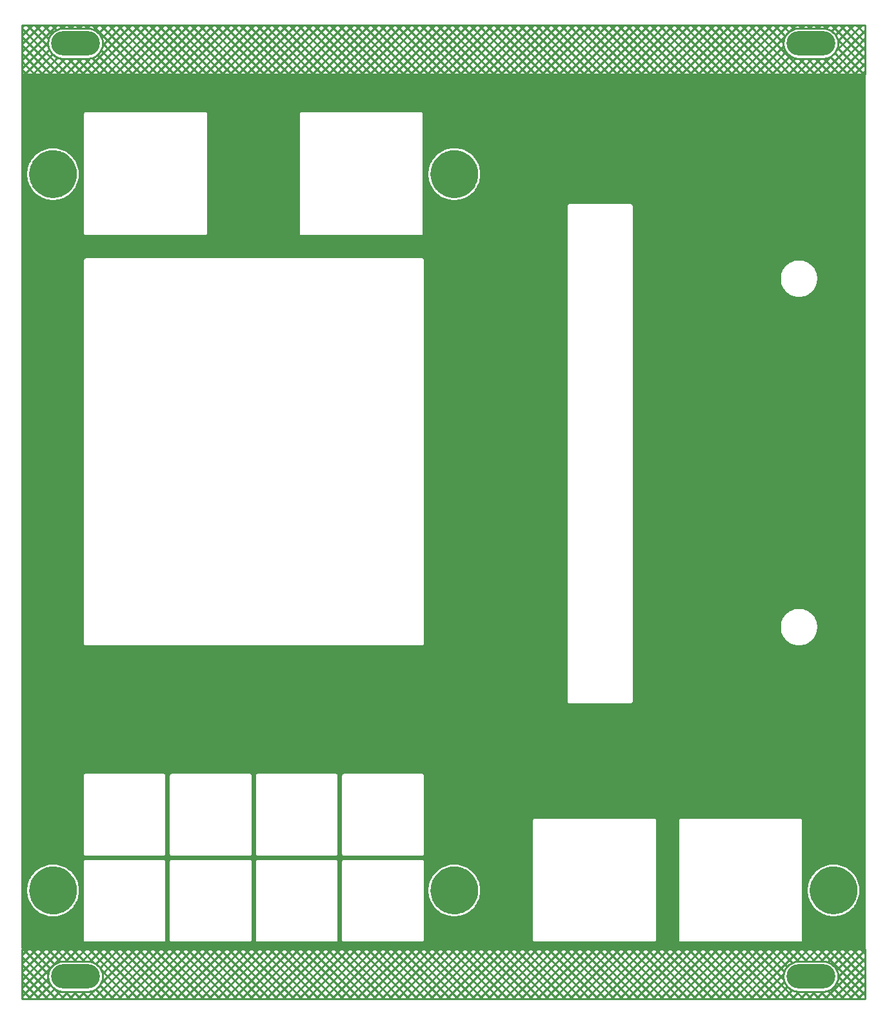
<source format=gbl>
G04 Layer: BottomLayer*
G04 EasyEDA v6.5.29, 2023-07-16 15:11:24*
G04 67781e16ba424d80afd487f8c688e69f,5a6b42c53f6a479593ecc07194224c93,10*
G04 Gerber Generator version 0.2*
G04 Scale: 100 percent, Rotated: No, Reflected: No *
G04 Dimensions in millimeters *
G04 leading zeros omitted , absolute positions ,4 integer and 5 decimal *
%FSLAX45Y45*%
%MOMM*%

%ADD10C,0.2540*%
%ADD11O,6.4000126X3.1999936*%

%LPD*%
G36*
X36068Y698500D02*
G01*
X32156Y699262D01*
X28905Y701497D01*
X26670Y704748D01*
X25908Y708660D01*
X25908Y12150090D01*
X26670Y12154001D01*
X28905Y12157252D01*
X32156Y12159488D01*
X36068Y12160250D01*
X11101832Y12160250D01*
X11105743Y12159488D01*
X11108994Y12157252D01*
X11111230Y12154001D01*
X11111992Y12150090D01*
X11111992Y708660D01*
X11111230Y704748D01*
X11108994Y701497D01*
X11105743Y699262D01*
X11101832Y698500D01*
G37*

%LPC*%
G36*
X444906Y10519918D02*
G01*
X470204Y10520832D01*
X495350Y10523677D01*
X520242Y10528401D01*
X544728Y10534954D01*
X568604Y10543286D01*
X591820Y10553446D01*
X614222Y10565282D01*
X635660Y10578744D01*
X656031Y10593781D01*
X675233Y10610291D01*
X693115Y10628172D01*
X709625Y10647375D01*
X724662Y10667746D01*
X738124Y10689183D01*
X749960Y10711586D01*
X760120Y10734802D01*
X768451Y10758678D01*
X775004Y10783163D01*
X779729Y10808055D01*
X782574Y10833201D01*
X783488Y10858500D01*
X782574Y10883798D01*
X779729Y10908944D01*
X775004Y10933836D01*
X768451Y10958322D01*
X760120Y10982198D01*
X749960Y11005413D01*
X738124Y11027816D01*
X724662Y11049254D01*
X709625Y11069624D01*
X693115Y11088827D01*
X675233Y11106708D01*
X656031Y11123218D01*
X635660Y11138255D01*
X614222Y11151717D01*
X591820Y11163554D01*
X568604Y11173714D01*
X544728Y11182045D01*
X520242Y11188598D01*
X495350Y11193322D01*
X470204Y11196167D01*
X444906Y11197082D01*
X419608Y11196167D01*
X394462Y11193322D01*
X369570Y11188598D01*
X345084Y11182045D01*
X321208Y11173714D01*
X297992Y11163554D01*
X275590Y11151717D01*
X254152Y11138255D01*
X233781Y11123218D01*
X214579Y11106708D01*
X196697Y11088827D01*
X180187Y11069624D01*
X165150Y11049254D01*
X151688Y11027816D01*
X139852Y11005413D01*
X129692Y10982198D01*
X121361Y10958322D01*
X114808Y10933836D01*
X110083Y10908944D01*
X107238Y10883798D01*
X106324Y10858500D01*
X107238Y10833201D01*
X110083Y10808055D01*
X114808Y10783163D01*
X121361Y10758678D01*
X129692Y10734802D01*
X139852Y10711586D01*
X151688Y10689183D01*
X165150Y10667746D01*
X180187Y10647375D01*
X196697Y10628172D01*
X214579Y10610291D01*
X233781Y10593781D01*
X254152Y10578744D01*
X275590Y10565282D01*
X297992Y10553446D01*
X321208Y10543286D01*
X345084Y10534954D01*
X369570Y10528401D01*
X394462Y10523677D01*
X419608Y10520832D01*
G37*
G36*
X2004364Y786892D02*
G01*
X3023209Y786892D01*
X3029559Y787603D01*
X3034995Y789533D01*
X3039922Y792581D01*
X3043986Y796696D01*
X3047085Y801573D01*
X3049016Y807059D01*
X3049727Y813358D01*
X3049727Y1832254D01*
X3049016Y1838553D01*
X3047085Y1843989D01*
X3043986Y1848916D01*
X3039922Y1852980D01*
X3034995Y1856079D01*
X3029559Y1858010D01*
X3023209Y1858721D01*
X2004364Y1858721D01*
X1998065Y1858010D01*
X1992579Y1856079D01*
X1987702Y1852980D01*
X1983587Y1848916D01*
X1980488Y1843989D01*
X1978609Y1838553D01*
X1977898Y1832254D01*
X1977898Y813358D01*
X1978609Y807059D01*
X1980488Y801573D01*
X1983587Y796696D01*
X1987702Y792581D01*
X1992579Y789533D01*
X1998065Y787603D01*
G37*
G36*
X4264964Y786892D02*
G01*
X5283809Y786892D01*
X5290159Y787603D01*
X5295595Y789533D01*
X5300522Y792581D01*
X5304586Y796696D01*
X5307685Y801573D01*
X5309616Y807059D01*
X5310327Y813358D01*
X5310327Y1832254D01*
X5309616Y1838553D01*
X5307685Y1843989D01*
X5304586Y1848916D01*
X5300522Y1852980D01*
X5295595Y1856079D01*
X5290159Y1858010D01*
X5283809Y1858721D01*
X4264964Y1858721D01*
X4258665Y1858010D01*
X4253179Y1856079D01*
X4248302Y1852980D01*
X4244187Y1848916D01*
X4241088Y1843989D01*
X4239209Y1838553D01*
X4238498Y1832254D01*
X4238498Y813358D01*
X4239209Y807059D01*
X4241088Y801573D01*
X4244187Y796696D01*
X4248302Y792581D01*
X4253179Y789533D01*
X4258665Y787603D01*
G37*
G36*
X3134664Y786892D02*
G01*
X4153509Y786892D01*
X4159859Y787603D01*
X4165295Y789533D01*
X4170222Y792581D01*
X4174286Y796696D01*
X4177385Y801573D01*
X4179315Y807059D01*
X4180027Y813358D01*
X4180027Y1832254D01*
X4179315Y1838553D01*
X4177385Y1843989D01*
X4174286Y1848916D01*
X4170222Y1852980D01*
X4165295Y1856079D01*
X4159859Y1858010D01*
X4153509Y1858721D01*
X3134664Y1858721D01*
X3128365Y1858010D01*
X3122879Y1856079D01*
X3118002Y1852980D01*
X3113887Y1848916D01*
X3110788Y1843989D01*
X3108909Y1838553D01*
X3108198Y1832254D01*
X3108198Y813358D01*
X3108909Y807059D01*
X3110788Y801573D01*
X3113887Y796696D01*
X3118002Y792581D01*
X3122879Y789533D01*
X3128365Y787603D01*
G37*
G36*
X6770878Y786892D02*
G01*
X8331809Y786892D01*
X8338159Y787603D01*
X8343595Y789533D01*
X8348522Y792581D01*
X8352586Y796696D01*
X8355685Y801573D01*
X8357616Y807059D01*
X8358327Y813358D01*
X8358327Y2374341D01*
X8357616Y2380640D01*
X8355685Y2386126D01*
X8352586Y2391003D01*
X8348522Y2395118D01*
X8343595Y2398166D01*
X8338159Y2400096D01*
X8331809Y2400808D01*
X6770878Y2400808D01*
X6764528Y2400096D01*
X6759092Y2398166D01*
X6754164Y2395118D01*
X6750100Y2391003D01*
X6747002Y2386126D01*
X6745122Y2380640D01*
X6744411Y2374341D01*
X6744411Y813358D01*
X6745122Y807059D01*
X6747002Y801573D01*
X6750100Y796696D01*
X6754164Y792581D01*
X6759092Y789533D01*
X6764528Y787603D01*
G37*
G36*
X8688578Y786892D02*
G01*
X10249509Y786892D01*
X10255859Y787603D01*
X10261295Y789533D01*
X10266222Y792581D01*
X10270286Y796696D01*
X10273385Y801573D01*
X10275316Y807059D01*
X10276027Y813358D01*
X10276027Y2374341D01*
X10275316Y2380640D01*
X10273385Y2386126D01*
X10270286Y2391003D01*
X10266222Y2395118D01*
X10261295Y2398166D01*
X10255859Y2400096D01*
X10249509Y2400808D01*
X8688578Y2400808D01*
X8682228Y2400096D01*
X8676792Y2398166D01*
X8671864Y2395118D01*
X8667800Y2391003D01*
X8664702Y2386126D01*
X8662822Y2380640D01*
X8662111Y2374341D01*
X8662111Y813358D01*
X8662822Y807059D01*
X8664702Y801573D01*
X8667800Y796696D01*
X8671864Y792581D01*
X8676792Y789533D01*
X8682228Y787603D01*
G37*
G36*
X446176Y1120292D02*
G01*
X471525Y1121257D01*
X496722Y1124102D01*
X521665Y1128826D01*
X546150Y1135380D01*
X570077Y1143812D01*
X593344Y1153972D01*
X615746Y1165809D01*
X637184Y1179372D01*
X657606Y1194409D01*
X676808Y1211021D01*
X694740Y1228953D01*
X711250Y1248206D01*
X726287Y1268679D01*
X739698Y1290167D01*
X751535Y1312621D01*
X761644Y1335887D01*
X769924Y1359865D01*
X776478Y1384350D01*
X781100Y1409293D01*
X783894Y1434541D01*
X784758Y1459585D01*
X783894Y1485087D01*
X781100Y1510284D01*
X776478Y1535226D01*
X769924Y1559763D01*
X761644Y1583690D01*
X751535Y1606956D01*
X739698Y1629410D01*
X726287Y1650949D01*
X711250Y1671370D01*
X694740Y1690624D01*
X676808Y1708607D01*
X657606Y1725168D01*
X637184Y1740255D01*
X615746Y1753768D01*
X593344Y1765655D01*
X570077Y1775815D01*
X546150Y1784197D01*
X521665Y1790750D01*
X496722Y1795475D01*
X471525Y1798320D01*
X446176Y1799285D01*
X420827Y1798320D01*
X395630Y1795475D01*
X370687Y1790750D01*
X346202Y1784197D01*
X322224Y1775815D01*
X299008Y1765655D01*
X276606Y1753768D01*
X255117Y1740255D01*
X234746Y1725168D01*
X215544Y1708607D01*
X197612Y1690624D01*
X181102Y1671370D01*
X166065Y1650949D01*
X152603Y1629410D01*
X140817Y1606956D01*
X130708Y1583690D01*
X122377Y1559763D01*
X115874Y1535226D01*
X111201Y1510284D01*
X108458Y1485087D01*
X107594Y1459992D01*
X108458Y1434490D01*
X111201Y1409293D01*
X115874Y1384350D01*
X122377Y1359865D01*
X130708Y1335887D01*
X140817Y1312621D01*
X152603Y1290167D01*
X166065Y1268679D01*
X181102Y1248206D01*
X197612Y1228953D01*
X215544Y1211021D01*
X234746Y1194409D01*
X255117Y1179372D01*
X276606Y1165809D01*
X299008Y1153972D01*
X322224Y1143812D01*
X346202Y1135380D01*
X370687Y1128826D01*
X395630Y1124102D01*
X420827Y1121257D01*
G37*
G36*
X5712104Y1121206D02*
G01*
X5737402Y1122121D01*
X5762548Y1124966D01*
X5787440Y1129690D01*
X5811926Y1136243D01*
X5835802Y1144625D01*
X5859018Y1154734D01*
X5881420Y1166571D01*
X5902858Y1180033D01*
X5923229Y1195070D01*
X5942431Y1211580D01*
X5960313Y1229512D01*
X5976823Y1248664D01*
X5991860Y1269034D01*
X6005322Y1290472D01*
X6017158Y1312875D01*
X6027318Y1336090D01*
X6035649Y1359966D01*
X6042202Y1384452D01*
X6046927Y1409344D01*
X6049772Y1434490D01*
X6050686Y1459788D01*
X6049772Y1485087D01*
X6046927Y1510284D01*
X6042202Y1535125D01*
X6035649Y1559610D01*
X6027318Y1583486D01*
X6017158Y1606702D01*
X6005322Y1629105D01*
X5991860Y1650542D01*
X5976823Y1670913D01*
X5960313Y1690116D01*
X5942431Y1707997D01*
X5923229Y1724507D01*
X5902858Y1739544D01*
X5881420Y1753057D01*
X5859018Y1764842D01*
X5835802Y1775002D01*
X5811926Y1783334D01*
X5787440Y1789887D01*
X5762548Y1794611D01*
X5737402Y1797456D01*
X5712104Y1798421D01*
X5686806Y1797456D01*
X5661660Y1794611D01*
X5636768Y1789887D01*
X5612282Y1783334D01*
X5588406Y1775002D01*
X5565190Y1764842D01*
X5542788Y1753057D01*
X5521350Y1739544D01*
X5500979Y1724507D01*
X5481777Y1707997D01*
X5463895Y1690116D01*
X5447385Y1670913D01*
X5432348Y1650542D01*
X5418886Y1629105D01*
X5407050Y1606702D01*
X5396890Y1583486D01*
X5388559Y1559610D01*
X5382006Y1535125D01*
X5377281Y1510284D01*
X5374436Y1485087D01*
X5373522Y1459788D01*
X5374436Y1434490D01*
X5377281Y1409344D01*
X5382006Y1384452D01*
X5388559Y1359966D01*
X5396890Y1336090D01*
X5407050Y1312875D01*
X5418886Y1290472D01*
X5432348Y1269034D01*
X5447385Y1248664D01*
X5463895Y1229512D01*
X5481777Y1211580D01*
X5500979Y1195070D01*
X5521350Y1180033D01*
X5542788Y1166571D01*
X5565190Y1154734D01*
X5588406Y1144625D01*
X5612282Y1136243D01*
X5636768Y1129690D01*
X5661660Y1124966D01*
X5686806Y1122121D01*
G37*
G36*
X10689793Y1121918D02*
G01*
X10715091Y1122832D01*
X10740288Y1125677D01*
X10765129Y1130401D01*
X10789615Y1136954D01*
X10813491Y1145286D01*
X10836706Y1155446D01*
X10859109Y1167282D01*
X10880547Y1180744D01*
X10900918Y1195781D01*
X10920120Y1212291D01*
X10938002Y1230172D01*
X10954512Y1249375D01*
X10969548Y1269746D01*
X10983061Y1291183D01*
X10994847Y1313586D01*
X11005007Y1336802D01*
X11013338Y1360678D01*
X11019891Y1385163D01*
X11024616Y1410055D01*
X11027460Y1435201D01*
X11028426Y1460500D01*
X11027460Y1485798D01*
X11024616Y1510944D01*
X11019891Y1535836D01*
X11013338Y1560322D01*
X11005007Y1584198D01*
X10994847Y1607413D01*
X10983061Y1629816D01*
X10969548Y1651254D01*
X10954512Y1671624D01*
X10938002Y1690827D01*
X10920120Y1708708D01*
X10900918Y1725218D01*
X10880547Y1740255D01*
X10859109Y1753717D01*
X10836706Y1765554D01*
X10813491Y1775714D01*
X10789615Y1784045D01*
X10765129Y1790598D01*
X10740288Y1795322D01*
X10715091Y1798167D01*
X10689793Y1799082D01*
X10664494Y1798167D01*
X10639348Y1795322D01*
X10614456Y1790598D01*
X10589971Y1784045D01*
X10566095Y1775714D01*
X10542879Y1765554D01*
X10520476Y1753717D01*
X10499039Y1740255D01*
X10478668Y1725218D01*
X10459516Y1708708D01*
X10441584Y1690827D01*
X10425074Y1671624D01*
X10410037Y1651254D01*
X10396575Y1629816D01*
X10384739Y1607413D01*
X10374579Y1584198D01*
X10366248Y1560322D01*
X10359694Y1535836D01*
X10354970Y1510944D01*
X10352125Y1485798D01*
X10351211Y1460500D01*
X10352125Y1435201D01*
X10354970Y1410055D01*
X10359694Y1385163D01*
X10366248Y1360678D01*
X10374579Y1336802D01*
X10384739Y1313586D01*
X10396575Y1291183D01*
X10410037Y1269746D01*
X10425074Y1249375D01*
X10441584Y1230172D01*
X10459516Y1212291D01*
X10478668Y1195781D01*
X10499039Y1180744D01*
X10520476Y1167282D01*
X10542879Y1155446D01*
X10566095Y1145286D01*
X10589971Y1136954D01*
X10614456Y1130401D01*
X10639348Y1125677D01*
X10664494Y1122832D01*
G37*
G36*
X874064Y1917192D02*
G01*
X1892909Y1917192D01*
X1899259Y1917903D01*
X1904695Y1919833D01*
X1909622Y1922881D01*
X1913686Y1926996D01*
X1916785Y1931873D01*
X1918716Y1937359D01*
X1919427Y1943658D01*
X1919427Y2962554D01*
X1918716Y2968853D01*
X1916785Y2974289D01*
X1913686Y2979216D01*
X1909622Y2983280D01*
X1904695Y2986379D01*
X1899259Y2988310D01*
X1892909Y2989021D01*
X874064Y2989021D01*
X867765Y2988310D01*
X862279Y2986379D01*
X857402Y2983280D01*
X853287Y2979216D01*
X850239Y2974289D01*
X848309Y2968853D01*
X847598Y2962554D01*
X847598Y1943658D01*
X848309Y1937359D01*
X850239Y1931873D01*
X853287Y1926996D01*
X857402Y1922881D01*
X862279Y1919833D01*
X867765Y1917903D01*
G37*
G36*
X874064Y786892D02*
G01*
X1892909Y786892D01*
X1899259Y787603D01*
X1904695Y789533D01*
X1909622Y792581D01*
X1913686Y796696D01*
X1916785Y801573D01*
X1918716Y807059D01*
X1919427Y813358D01*
X1919427Y1832254D01*
X1918716Y1838553D01*
X1916785Y1843989D01*
X1913686Y1848916D01*
X1909622Y1852980D01*
X1904695Y1856079D01*
X1899259Y1858010D01*
X1892909Y1858721D01*
X874064Y1858721D01*
X867765Y1858010D01*
X862279Y1856079D01*
X857402Y1852980D01*
X853287Y1848916D01*
X850239Y1843989D01*
X848309Y1838553D01*
X847598Y1832254D01*
X847598Y813358D01*
X848309Y807059D01*
X850239Y801573D01*
X853287Y796696D01*
X857402Y792581D01*
X862279Y789533D01*
X867765Y787603D01*
G37*
G36*
X3134664Y1917192D02*
G01*
X4153509Y1917192D01*
X4159859Y1917903D01*
X4165295Y1919833D01*
X4170222Y1922881D01*
X4174286Y1926996D01*
X4177385Y1931873D01*
X4179315Y1937359D01*
X4180027Y1943658D01*
X4180027Y2962554D01*
X4179315Y2968853D01*
X4177385Y2974289D01*
X4174286Y2979216D01*
X4170222Y2983280D01*
X4165295Y2986379D01*
X4159859Y2988310D01*
X4153509Y2989021D01*
X3134664Y2989021D01*
X3128365Y2988310D01*
X3122879Y2986379D01*
X3118002Y2983280D01*
X3113887Y2979216D01*
X3110788Y2974289D01*
X3108909Y2968853D01*
X3108198Y2962554D01*
X3108198Y1943658D01*
X3108909Y1937359D01*
X3110788Y1931873D01*
X3113887Y1926996D01*
X3118002Y1922881D01*
X3122879Y1919833D01*
X3128365Y1917903D01*
G37*
G36*
X4264964Y1917192D02*
G01*
X5283809Y1917192D01*
X5290159Y1917903D01*
X5295595Y1919833D01*
X5300522Y1922881D01*
X5304586Y1926996D01*
X5307685Y1931873D01*
X5309616Y1937359D01*
X5310327Y1943658D01*
X5310327Y2962554D01*
X5309616Y2968853D01*
X5307685Y2974289D01*
X5304586Y2979216D01*
X5300522Y2983280D01*
X5295595Y2986379D01*
X5290159Y2988310D01*
X5283809Y2989021D01*
X4264964Y2989021D01*
X4258665Y2988310D01*
X4253179Y2986379D01*
X4248302Y2983280D01*
X4244187Y2979216D01*
X4241088Y2974289D01*
X4239209Y2968853D01*
X4238498Y2962554D01*
X4238498Y1943658D01*
X4239209Y1937359D01*
X4241088Y1931873D01*
X4244187Y1926996D01*
X4248302Y1922881D01*
X4253179Y1919833D01*
X4258665Y1917903D01*
G37*
G36*
X7225690Y3913479D02*
G01*
X8024520Y3913479D01*
X8030870Y3914190D01*
X8036306Y3916121D01*
X8041233Y3919220D01*
X8045297Y3923284D01*
X8048396Y3928211D01*
X8050326Y3933647D01*
X8051038Y3939946D01*
X8051038Y10438841D01*
X8050326Y10445140D01*
X8048396Y10450626D01*
X8045297Y10455503D01*
X8041233Y10459618D01*
X8036306Y10462666D01*
X8030870Y10464596D01*
X8024520Y10465308D01*
X7225690Y10465308D01*
X7219340Y10464596D01*
X7213904Y10462666D01*
X7208977Y10459618D01*
X7204913Y10455503D01*
X7201814Y10450626D01*
X7199934Y10445140D01*
X7199223Y10438841D01*
X7199223Y3939946D01*
X7199934Y3933647D01*
X7201814Y3928211D01*
X7204913Y3923284D01*
X7208977Y3919220D01*
X7213904Y3916121D01*
X7219340Y3914190D01*
G37*
G36*
X878078Y4673092D02*
G01*
X5283809Y4673092D01*
X5290159Y4673803D01*
X5295595Y4675733D01*
X5300522Y4678781D01*
X5304586Y4682896D01*
X5307685Y4687773D01*
X5309616Y4693259D01*
X5310327Y4699558D01*
X5310327Y9727641D01*
X5309616Y9733940D01*
X5307685Y9739426D01*
X5304586Y9744303D01*
X5300522Y9748418D01*
X5295595Y9751466D01*
X5290159Y9753396D01*
X5283809Y9754108D01*
X878078Y9754108D01*
X871728Y9753396D01*
X866292Y9751466D01*
X861364Y9748418D01*
X857300Y9744303D01*
X854202Y9739426D01*
X852322Y9733940D01*
X851611Y9727641D01*
X851611Y4699558D01*
X852322Y4693259D01*
X854202Y4687773D01*
X857300Y4682896D01*
X861364Y4678781D01*
X866292Y4675733D01*
X871728Y4673803D01*
G37*
G36*
X10225481Y4675784D02*
G01*
X10246918Y4675784D01*
X10268305Y4677714D01*
X10289438Y4681575D01*
X10310114Y4687316D01*
X10330180Y4694834D01*
X10349484Y4704181D01*
X10367924Y4715205D01*
X10385247Y4727854D01*
X10401401Y4741976D01*
X10416184Y4757521D01*
X10429544Y4774336D01*
X10441330Y4792268D01*
X10451439Y4811166D01*
X10459821Y4830927D01*
X10466374Y4851349D01*
X10471099Y4872278D01*
X10473893Y4893564D01*
X10474807Y4914646D01*
X10473893Y4936236D01*
X10471099Y4957521D01*
X10466374Y4978450D01*
X10459821Y4998872D01*
X10451439Y5018633D01*
X10441330Y5037531D01*
X10429544Y5055463D01*
X10416184Y5072278D01*
X10401401Y5087823D01*
X10385247Y5101945D01*
X10367924Y5114594D01*
X10349484Y5125618D01*
X10330180Y5134965D01*
X10310114Y5142484D01*
X10289438Y5148224D01*
X10268305Y5152085D01*
X10246918Y5154015D01*
X10225481Y5154015D01*
X10204094Y5152085D01*
X10183012Y5148224D01*
X10162336Y5142484D01*
X10142220Y5134965D01*
X10122916Y5125618D01*
X10104526Y5114594D01*
X10087152Y5101945D01*
X10071049Y5087823D01*
X10056215Y5072278D01*
X10042906Y5055463D01*
X10031120Y5037531D01*
X10020960Y5018633D01*
X10012578Y4998872D01*
X10006025Y4978450D01*
X10001300Y4957521D01*
X9998506Y4936236D01*
X9997643Y4915154D01*
X9998506Y4893564D01*
X10001300Y4872278D01*
X10006025Y4851349D01*
X10012578Y4830927D01*
X10020960Y4811166D01*
X10031120Y4792268D01*
X10042906Y4774336D01*
X10056215Y4757521D01*
X10071049Y4741976D01*
X10087152Y4727854D01*
X10104526Y4715205D01*
X10122916Y4704181D01*
X10142220Y4694834D01*
X10162336Y4687316D01*
X10183012Y4681575D01*
X10204094Y4677714D01*
G37*
G36*
X10225481Y9247784D02*
G01*
X10246918Y9247784D01*
X10268305Y9249714D01*
X10289438Y9253575D01*
X10310114Y9259316D01*
X10330180Y9266834D01*
X10349484Y9276181D01*
X10367924Y9287205D01*
X10385247Y9299854D01*
X10401401Y9313976D01*
X10416184Y9329521D01*
X10429544Y9346336D01*
X10441330Y9364268D01*
X10451439Y9383166D01*
X10459821Y9402927D01*
X10466374Y9423349D01*
X10471099Y9444278D01*
X10473893Y9465564D01*
X10474807Y9486646D01*
X10473893Y9508236D01*
X10471099Y9529521D01*
X10466374Y9550450D01*
X10459821Y9570872D01*
X10451439Y9590633D01*
X10441330Y9609531D01*
X10429544Y9627463D01*
X10416184Y9644278D01*
X10401401Y9659823D01*
X10385247Y9673945D01*
X10367924Y9686594D01*
X10349484Y9697618D01*
X10330180Y9706965D01*
X10310114Y9714484D01*
X10289438Y9720224D01*
X10268305Y9724085D01*
X10246918Y9726015D01*
X10225481Y9726015D01*
X10204094Y9724085D01*
X10183012Y9720224D01*
X10162336Y9714484D01*
X10142220Y9706965D01*
X10122916Y9697618D01*
X10104526Y9686594D01*
X10087152Y9673945D01*
X10071049Y9659823D01*
X10056215Y9644278D01*
X10042906Y9627463D01*
X10031120Y9609531D01*
X10020960Y9590633D01*
X10012578Y9570872D01*
X10006025Y9550450D01*
X10001300Y9529521D01*
X9998506Y9508236D01*
X9997643Y9487154D01*
X9998506Y9465564D01*
X10001300Y9444278D01*
X10006025Y9423349D01*
X10012578Y9402927D01*
X10020960Y9383166D01*
X10031120Y9364268D01*
X10042906Y9346336D01*
X10056215Y9329521D01*
X10071049Y9313976D01*
X10087152Y9299854D01*
X10104526Y9287205D01*
X10122916Y9276181D01*
X10142220Y9266834D01*
X10162336Y9259316D01*
X10183012Y9253575D01*
X10204094Y9249714D01*
G37*
G36*
X878078Y10057892D02*
G01*
X2439009Y10057892D01*
X2445359Y10058603D01*
X2450795Y10060533D01*
X2455722Y10063581D01*
X2459786Y10067696D01*
X2462885Y10072573D01*
X2464816Y10078059D01*
X2465527Y10084358D01*
X2465527Y11645341D01*
X2464816Y11651640D01*
X2462885Y11657126D01*
X2459786Y11662003D01*
X2455722Y11666118D01*
X2450795Y11669166D01*
X2445359Y11671096D01*
X2439009Y11671808D01*
X878078Y11671808D01*
X871728Y11671096D01*
X866292Y11669166D01*
X861364Y11666118D01*
X857300Y11662003D01*
X854202Y11657126D01*
X852322Y11651640D01*
X851611Y11645341D01*
X851611Y10084358D01*
X852322Y10078059D01*
X854202Y10072573D01*
X857300Y10067696D01*
X861364Y10063581D01*
X866292Y10060533D01*
X871728Y10058603D01*
G37*
G36*
X3710178Y10057892D02*
G01*
X5271109Y10057892D01*
X5277459Y10058603D01*
X5282895Y10060533D01*
X5287822Y10063581D01*
X5291886Y10067696D01*
X5294985Y10072573D01*
X5296916Y10078059D01*
X5297627Y10084358D01*
X5297627Y11645341D01*
X5296916Y11651640D01*
X5294985Y11657126D01*
X5291886Y11662003D01*
X5287822Y11666118D01*
X5282895Y11669166D01*
X5277459Y11671096D01*
X5271109Y11671808D01*
X3710178Y11671808D01*
X3703828Y11671096D01*
X3698392Y11669166D01*
X3693464Y11666118D01*
X3689400Y11662003D01*
X3686301Y11657126D01*
X3684422Y11651640D01*
X3683711Y11645341D01*
X3683711Y10084358D01*
X3684422Y10078059D01*
X3686301Y10072573D01*
X3689400Y10067696D01*
X3693464Y10063581D01*
X3698392Y10060533D01*
X3703828Y10058603D01*
G37*
G36*
X5712206Y10519003D02*
G01*
X5737555Y10519968D01*
X5762752Y10522813D01*
X5787694Y10527538D01*
X5812180Y10534091D01*
X5836107Y10542473D01*
X5859373Y10552684D01*
X5881776Y10564520D01*
X5903264Y10578033D01*
X5923635Y10593120D01*
X5942838Y10609732D01*
X5960770Y10627664D01*
X5977280Y10646918D01*
X5992317Y10667339D01*
X6005779Y10688878D01*
X6017564Y10711332D01*
X6027674Y10734598D01*
X6036005Y10758576D01*
X6042507Y10783062D01*
X6047130Y10808004D01*
X6049924Y10833201D01*
X6050788Y10858296D01*
X6049924Y10883798D01*
X6047130Y10908995D01*
X6042507Y10933938D01*
X6036005Y10958423D01*
X6027674Y10982401D01*
X6017564Y11005667D01*
X6005779Y11028121D01*
X5992317Y11049660D01*
X5977280Y11070082D01*
X5960770Y11089335D01*
X5942838Y11107267D01*
X5923635Y11123879D01*
X5903264Y11138966D01*
X5881776Y11152479D01*
X5859373Y11164316D01*
X5836107Y11174476D01*
X5812180Y11182908D01*
X5787694Y11189462D01*
X5762752Y11194186D01*
X5737555Y11197031D01*
X5712206Y11197996D01*
X5686856Y11197031D01*
X5661660Y11194186D01*
X5636717Y11189462D01*
X5612231Y11182908D01*
X5588304Y11174476D01*
X5565038Y11164316D01*
X5542635Y11152479D01*
X5521147Y11138966D01*
X5500776Y11123879D01*
X5481574Y11107267D01*
X5463641Y11089335D01*
X5447131Y11070082D01*
X5432094Y11049660D01*
X5418632Y11028121D01*
X5406847Y11005667D01*
X5396738Y10982401D01*
X5388406Y10958423D01*
X5381904Y10933938D01*
X5377230Y10908995D01*
X5374487Y10883798D01*
X5373624Y10858703D01*
X5374487Y10833201D01*
X5377230Y10808004D01*
X5381904Y10783062D01*
X5388406Y10758576D01*
X5396738Y10734598D01*
X5406847Y10711332D01*
X5418632Y10688878D01*
X5432094Y10667339D01*
X5447131Y10646918D01*
X5463641Y10627664D01*
X5481574Y10609732D01*
X5500776Y10593120D01*
X5521147Y10578033D01*
X5542635Y10564520D01*
X5565038Y10552684D01*
X5588304Y10542473D01*
X5612231Y10534091D01*
X5636717Y10527538D01*
X5661660Y10522813D01*
X5686856Y10519968D01*
G37*
G36*
X2004364Y1917192D02*
G01*
X3023209Y1917192D01*
X3029559Y1917903D01*
X3034995Y1919833D01*
X3039922Y1922881D01*
X3043986Y1926996D01*
X3047085Y1931873D01*
X3049016Y1937359D01*
X3049727Y1943658D01*
X3049727Y2962554D01*
X3049016Y2968853D01*
X3047085Y2974289D01*
X3043986Y2979216D01*
X3039922Y2983280D01*
X3034995Y2986379D01*
X3029559Y2988310D01*
X3023209Y2989021D01*
X2004364Y2989021D01*
X1998065Y2988310D01*
X1992579Y2986379D01*
X1987702Y2983280D01*
X1983587Y2979216D01*
X1980488Y2974289D01*
X1978609Y2968853D01*
X1977898Y2962554D01*
X1977898Y1943658D01*
X1978609Y1937359D01*
X1980488Y1931873D01*
X1983587Y1926996D01*
X1987702Y1922881D01*
X1992579Y1919833D01*
X1998065Y1917903D01*
G37*

%LPD*%
G36*
X440893Y11171174D02*
G01*
X424942Y11170564D01*
X409041Y11169142D01*
X393242Y11166906D01*
X377545Y11163858D01*
X362051Y11159998D01*
X354380Y11157813D01*
X339191Y11152784D01*
X324307Y11146993D01*
X309727Y11140490D01*
X295503Y11133226D01*
X281686Y11125200D01*
X268274Y11116564D01*
X255320Y11107166D01*
X242874Y11097209D01*
X230987Y11086541D01*
X219608Y11075314D01*
X214121Y11069523D01*
X203657Y11057432D01*
X193802Y11044885D01*
X184607Y11031829D01*
X176123Y11018316D01*
X168300Y11004346D01*
X161239Y10990072D01*
X154889Y10975390D01*
X149301Y10960455D01*
X144475Y10945215D01*
X140411Y10929772D01*
X137210Y10914126D01*
X134772Y10898327D01*
X133146Y10882426D01*
X132283Y10866475D01*
X132283Y10850524D01*
X133146Y10834573D01*
X134772Y10818672D01*
X137210Y10802874D01*
X140411Y10787227D01*
X144475Y10771784D01*
X149301Y10756544D01*
X154889Y10741609D01*
X161239Y10726928D01*
X168300Y10712653D01*
X176123Y10698683D01*
X184607Y10685170D01*
X193802Y10672114D01*
X203657Y10659567D01*
X214121Y10647476D01*
X225196Y10635996D01*
X236880Y10625074D01*
X242874Y10619790D01*
X255320Y10609834D01*
X268274Y10600436D01*
X281686Y10591800D01*
X295503Y10583773D01*
X309727Y10576509D01*
X324307Y10570006D01*
X339191Y10564215D01*
X354380Y10559186D01*
X369773Y10554970D01*
X385368Y10551515D01*
X401116Y10548874D01*
X416966Y10547045D01*
X432917Y10546029D01*
X448919Y10545826D01*
X464870Y10546435D01*
X480771Y10547858D01*
X496570Y10550093D01*
X512267Y10553141D01*
X527761Y10557002D01*
X535432Y10559186D01*
X550621Y10564215D01*
X565505Y10570006D01*
X580085Y10576509D01*
X594309Y10583773D01*
X608126Y10591800D01*
X621538Y10600436D01*
X634492Y10609834D01*
X646938Y10619790D01*
X658825Y10630458D01*
X670204Y10641685D01*
X675690Y10647476D01*
X686155Y10659567D01*
X696010Y10672114D01*
X705205Y10685170D01*
X713689Y10698683D01*
X721512Y10712653D01*
X728573Y10726928D01*
X734923Y10741609D01*
X740511Y10756544D01*
X745337Y10771784D01*
X749401Y10787227D01*
X752602Y10802874D01*
X755040Y10818672D01*
X756666Y10834573D01*
X757478Y10850524D01*
X757478Y10866475D01*
X756666Y10882426D01*
X755040Y10898327D01*
X752602Y10914126D01*
X749401Y10929772D01*
X745337Y10945215D01*
X740511Y10960455D01*
X734923Y10975390D01*
X728573Y10990072D01*
X721512Y11004346D01*
X713689Y11018316D01*
X705205Y11031829D01*
X696010Y11044885D01*
X686155Y11057432D01*
X675690Y11069523D01*
X664616Y11081004D01*
X652932Y11091926D01*
X646938Y11097209D01*
X634492Y11107166D01*
X621538Y11116564D01*
X608126Y11125200D01*
X594309Y11133226D01*
X580085Y11140490D01*
X565505Y11146993D01*
X550621Y11152784D01*
X535432Y11157813D01*
X520039Y11162030D01*
X504443Y11165484D01*
X488696Y11168126D01*
X472795Y11169954D01*
X456895Y11170970D01*
G37*
G36*
X5708192Y11172088D02*
G01*
X5692190Y11171428D01*
X5676290Y11170005D01*
X5660440Y11167770D01*
X5644743Y11164722D01*
X5629198Y11160861D01*
X5613908Y11156238D01*
X5598820Y11150803D01*
X5584088Y11144656D01*
X5569661Y11137696D01*
X5562549Y11133988D01*
X5548731Y11125962D01*
X5535320Y11117224D01*
X5522366Y11107877D01*
X5509869Y11097818D01*
X5497931Y11087150D01*
X5486603Y11075873D01*
X5475782Y11064087D01*
X5465622Y11051692D01*
X5456123Y11038840D01*
X5447284Y11025530D01*
X5439105Y11011763D01*
X5431688Y10997590D01*
X5424982Y10983061D01*
X5419039Y10968177D01*
X5413857Y10953038D01*
X5409438Y10937646D01*
X5405831Y10922101D01*
X5403037Y10906353D01*
X5401056Y10890453D01*
X5399887Y10874502D01*
X5399481Y10858500D01*
X5399887Y10842498D01*
X5401056Y10826546D01*
X5403037Y10810646D01*
X5405831Y10794898D01*
X5409438Y10779353D01*
X5413857Y10763961D01*
X5419039Y10748822D01*
X5424982Y10733938D01*
X5431688Y10719409D01*
X5439105Y10705236D01*
X5447284Y10691469D01*
X5456123Y10678160D01*
X5465622Y10665307D01*
X5475782Y10652912D01*
X5486603Y10641126D01*
X5497931Y10629849D01*
X5509869Y10619181D01*
X5522366Y10609122D01*
X5535320Y10599775D01*
X5548731Y10591038D01*
X5562549Y10583011D01*
X5576824Y10575747D01*
X5591403Y10569194D01*
X5606338Y10563402D01*
X5613908Y10560761D01*
X5629198Y10556138D01*
X5644743Y10552277D01*
X5660440Y10549229D01*
X5676290Y10546994D01*
X5692190Y10545572D01*
X5708192Y10544911D01*
X5724194Y10545114D01*
X5740146Y10546181D01*
X5756046Y10548010D01*
X5771845Y10550652D01*
X5787491Y10554106D01*
X5802884Y10558373D01*
X5810504Y10560761D01*
X5825591Y10566196D01*
X5840323Y10572343D01*
X5854750Y10579303D01*
X5868822Y10586974D01*
X5882436Y10595305D01*
X5895644Y10604347D01*
X5908344Y10614101D01*
X5920536Y10624413D01*
X5932220Y10635386D01*
X5943295Y10646968D01*
X5948629Y10652912D01*
X5958789Y10665307D01*
X5968288Y10678160D01*
X5977128Y10691469D01*
X5985256Y10705236D01*
X5992723Y10719409D01*
X5999429Y10733938D01*
X6005372Y10748822D01*
X6010554Y10763961D01*
X6014923Y10779353D01*
X6016853Y10787075D01*
X6020054Y10802772D01*
X6021374Y10810646D01*
X6023356Y10826546D01*
X6024524Y10842498D01*
X6024880Y10858500D01*
X6024524Y10874502D01*
X6023356Y10890453D01*
X6021374Y10906353D01*
X6018530Y10922101D01*
X6016853Y10929924D01*
X6012840Y10945368D01*
X6008065Y10960658D01*
X6002477Y10975644D01*
X5996178Y10990376D01*
X5989066Y11004702D01*
X5981293Y11018672D01*
X5972810Y11032236D01*
X5963615Y11045342D01*
X5953760Y11057940D01*
X5948629Y11064087D01*
X5937808Y11075873D01*
X5932220Y11081613D01*
X5920536Y11092586D01*
X5908344Y11102898D01*
X5895644Y11112652D01*
X5882436Y11121694D01*
X5868822Y11130026D01*
X5854750Y11137696D01*
X5840323Y11144656D01*
X5825591Y11150803D01*
X5810504Y11156238D01*
X5795213Y11160861D01*
X5779668Y11164722D01*
X5763971Y11167770D01*
X5748121Y11170005D01*
X5732170Y11171428D01*
X5716219Y11172088D01*
G37*
G36*
X5708091Y1772462D02*
G01*
X5692140Y1771853D01*
X5676239Y1770430D01*
X5660440Y1768195D01*
X5644743Y1765147D01*
X5629249Y1761337D01*
X5613958Y1756714D01*
X5598922Y1751279D01*
X5591505Y1748332D01*
X5576925Y1741779D01*
X5562701Y1734515D01*
X5548884Y1726539D01*
X5535472Y1717852D01*
X5522518Y1708505D01*
X5510072Y1698498D01*
X5498185Y1687830D01*
X5486806Y1676654D01*
X5476036Y1664868D01*
X5465876Y1652524D01*
X5456326Y1639722D01*
X5447487Y1626412D01*
X5439308Y1612696D01*
X5431891Y1598523D01*
X5425135Y1584045D01*
X5419191Y1569262D01*
X5413959Y1554124D01*
X5409539Y1538782D01*
X5407609Y1531061D01*
X5404408Y1515414D01*
X5401970Y1499616D01*
X5400344Y1483715D01*
X5399532Y1467764D01*
X5399379Y1459788D01*
X5399836Y1443837D01*
X5401056Y1427886D01*
X5403088Y1412087D01*
X5405932Y1396339D01*
X5409539Y1380794D01*
X5413959Y1365453D01*
X5419191Y1350365D01*
X5425135Y1335532D01*
X5431891Y1321054D01*
X5439308Y1306931D01*
X5447487Y1293164D01*
X5456326Y1279906D01*
X5465876Y1267053D01*
X5476036Y1254760D01*
X5481320Y1248765D01*
X5492394Y1237284D01*
X5504078Y1226362D01*
X5516270Y1216050D01*
X5528970Y1206347D01*
X5542127Y1197305D01*
X5555742Y1188974D01*
X5569762Y1181354D01*
X5584190Y1174445D01*
X5598922Y1168298D01*
X5613958Y1162913D01*
X5621578Y1160475D01*
X5636971Y1156258D01*
X5652566Y1152804D01*
X5668314Y1150162D01*
X5684164Y1148334D01*
X5700115Y1147318D01*
X5716117Y1147114D01*
X5732068Y1147724D01*
X5747969Y1149146D01*
X5763768Y1151382D01*
X5779465Y1154430D01*
X5794959Y1158290D01*
X5802630Y1160475D01*
X5817819Y1165504D01*
X5832703Y1171295D01*
X5847283Y1177798D01*
X5861507Y1185062D01*
X5875324Y1193088D01*
X5882081Y1197305D01*
X5895238Y1206347D01*
X5907938Y1216050D01*
X5920130Y1226362D01*
X5931814Y1237284D01*
X5942888Y1248765D01*
X5953353Y1260856D01*
X5963208Y1273403D01*
X5972403Y1286459D01*
X5980887Y1300022D01*
X5988710Y1313942D01*
X5995771Y1328267D01*
X5999073Y1335532D01*
X6005017Y1350365D01*
X6010249Y1365453D01*
X6014669Y1380794D01*
X6018276Y1396339D01*
X6021120Y1412087D01*
X6023152Y1427886D01*
X6024422Y1443837D01*
X6024829Y1459788D01*
X6024422Y1475740D01*
X6023152Y1491691D01*
X6021120Y1507540D01*
X6018276Y1523238D01*
X6016599Y1531061D01*
X6012535Y1546504D01*
X6007709Y1561744D01*
X6002121Y1576679D01*
X5995771Y1591360D01*
X5988710Y1605635D01*
X5980887Y1619605D01*
X5972403Y1633118D01*
X5963208Y1646174D01*
X5953353Y1658772D01*
X5942888Y1670812D01*
X5931814Y1682292D01*
X5920130Y1693265D01*
X5907938Y1703578D01*
X5901690Y1708505D01*
X5888736Y1717852D01*
X5875324Y1726539D01*
X5861507Y1734515D01*
X5847283Y1741779D01*
X5832703Y1748332D01*
X5817819Y1754073D01*
X5810250Y1756714D01*
X5794959Y1761337D01*
X5779465Y1765147D01*
X5763768Y1768195D01*
X5747969Y1770430D01*
X5732068Y1771853D01*
X5716117Y1772462D01*
G37*
G36*
X442163Y1773377D02*
G01*
X426161Y1772767D01*
X418185Y1772157D01*
X402285Y1770278D01*
X386537Y1767636D01*
X370890Y1764182D01*
X355447Y1759966D01*
X340258Y1754936D01*
X325374Y1749094D01*
X318008Y1745945D01*
X303580Y1738985D01*
X289560Y1731365D01*
X275894Y1722983D01*
X262737Y1713941D01*
X249986Y1704187D01*
X237794Y1693875D01*
X226161Y1682902D01*
X215087Y1671370D01*
X204622Y1659229D01*
X199593Y1653032D01*
X190093Y1640128D01*
X181254Y1626819D01*
X173075Y1613052D01*
X165658Y1598879D01*
X158953Y1584350D01*
X153009Y1569466D01*
X147828Y1554327D01*
X143408Y1538986D01*
X139801Y1523390D01*
X137007Y1507642D01*
X135890Y1499717D01*
X134315Y1483766D01*
X133553Y1467815D01*
X133553Y1451813D01*
X133807Y1443786D01*
X135026Y1427835D01*
X137007Y1411986D01*
X139801Y1396238D01*
X143408Y1380642D01*
X147828Y1365250D01*
X153009Y1350111D01*
X158953Y1335227D01*
X165658Y1320698D01*
X173075Y1306576D01*
X181254Y1292758D01*
X190093Y1279448D01*
X199593Y1266596D01*
X209753Y1254201D01*
X220522Y1242415D01*
X231902Y1231138D01*
X243840Y1220470D01*
X256286Y1210462D01*
X269240Y1201064D01*
X282702Y1192326D01*
X296519Y1184351D01*
X310794Y1177036D01*
X325374Y1170482D01*
X340258Y1164691D01*
X347827Y1162050D01*
X363169Y1157427D01*
X378663Y1153566D01*
X394411Y1150518D01*
X410260Y1148283D01*
X426161Y1146860D01*
X442163Y1146251D01*
X458165Y1146454D01*
X474116Y1147470D01*
X490016Y1149299D01*
X505815Y1151940D01*
X521411Y1155395D01*
X536854Y1159662D01*
X544474Y1162050D01*
X559562Y1167485D01*
X574294Y1173683D01*
X588721Y1180592D01*
X602792Y1188262D01*
X616407Y1196594D01*
X629615Y1205687D01*
X642315Y1215390D01*
X654507Y1225753D01*
X666191Y1236675D01*
X677265Y1248257D01*
X687730Y1260348D01*
X697585Y1272946D01*
X706729Y1286052D01*
X715264Y1299616D01*
X723036Y1313586D01*
X726694Y1320698D01*
X733348Y1335227D01*
X739343Y1350111D01*
X744524Y1365250D01*
X748893Y1380642D01*
X750824Y1388414D01*
X754024Y1404061D01*
X756412Y1419910D01*
X757326Y1427835D01*
X758494Y1443786D01*
X758850Y1459788D01*
X758799Y1467815D01*
X757986Y1483766D01*
X756412Y1499717D01*
X754024Y1515516D01*
X750824Y1531213D01*
X746810Y1546707D01*
X742035Y1561947D01*
X736447Y1576933D01*
X730097Y1591665D01*
X726694Y1598879D01*
X719226Y1613052D01*
X711098Y1626819D01*
X702259Y1640128D01*
X692708Y1653032D01*
X682548Y1665376D01*
X671779Y1677212D01*
X660400Y1688439D01*
X648462Y1699107D01*
X636016Y1709166D01*
X623062Y1718513D01*
X609650Y1727250D01*
X595782Y1735277D01*
X581558Y1742541D01*
X566978Y1749094D01*
X552043Y1754936D01*
X536854Y1759966D01*
X521411Y1764182D01*
X505815Y1767636D01*
X490016Y1770278D01*
X474116Y1772157D01*
X458165Y1773174D01*
G37*
G36*
X10685830Y1773174D02*
G01*
X10669828Y1772564D01*
X10653928Y1771142D01*
X10638129Y1768906D01*
X10622432Y1765858D01*
X10606938Y1761998D01*
X10599267Y1759813D01*
X10584078Y1754784D01*
X10569194Y1748993D01*
X10554614Y1742490D01*
X10540441Y1735226D01*
X10526572Y1727250D01*
X10513161Y1718564D01*
X10500207Y1709166D01*
X10487761Y1699209D01*
X10475874Y1688541D01*
X10464495Y1677314D01*
X10459008Y1671523D01*
X10448544Y1659432D01*
X10438688Y1646885D01*
X10429544Y1633829D01*
X10421010Y1620316D01*
X10413187Y1606346D01*
X10406126Y1592072D01*
X10399776Y1577390D01*
X10394188Y1562455D01*
X10389362Y1547215D01*
X10385348Y1531772D01*
X10382097Y1516126D01*
X10379659Y1500327D01*
X10378033Y1484426D01*
X10377220Y1468475D01*
X10377220Y1452524D01*
X10378033Y1436573D01*
X10379659Y1420672D01*
X10382097Y1404874D01*
X10385348Y1389227D01*
X10389362Y1373784D01*
X10394188Y1358544D01*
X10399776Y1343609D01*
X10406126Y1328928D01*
X10413187Y1314653D01*
X10421010Y1300683D01*
X10429544Y1287170D01*
X10438688Y1274114D01*
X10448544Y1261567D01*
X10459008Y1249476D01*
X10470083Y1237996D01*
X10481767Y1227074D01*
X10487761Y1221790D01*
X10500207Y1211834D01*
X10513161Y1202436D01*
X10526572Y1193749D01*
X10540441Y1185773D01*
X10554614Y1178509D01*
X10569194Y1172006D01*
X10584078Y1166215D01*
X10599267Y1161186D01*
X10614660Y1156970D01*
X10630255Y1153515D01*
X10646003Y1150874D01*
X10661904Y1149045D01*
X10677804Y1148029D01*
X10693806Y1147826D01*
X10709757Y1148435D01*
X10725658Y1149858D01*
X10741456Y1152093D01*
X10757154Y1155141D01*
X10772648Y1159002D01*
X10780318Y1161186D01*
X10795508Y1166215D01*
X10810392Y1172006D01*
X10824972Y1178509D01*
X10839196Y1185773D01*
X10853013Y1193749D01*
X10866424Y1202436D01*
X10879378Y1211834D01*
X10891824Y1221790D01*
X10903762Y1232458D01*
X10915091Y1243685D01*
X10920577Y1249476D01*
X10931042Y1261567D01*
X10940897Y1274114D01*
X10950092Y1287170D01*
X10958576Y1300683D01*
X10966399Y1314653D01*
X10973460Y1328928D01*
X10979810Y1343609D01*
X10985398Y1358544D01*
X10990224Y1373784D01*
X10994288Y1389227D01*
X10997539Y1404874D01*
X10999978Y1420672D01*
X11001603Y1436573D01*
X11002416Y1452524D01*
X11002416Y1468475D01*
X11001603Y1484426D01*
X10999978Y1500327D01*
X10997539Y1516126D01*
X10994288Y1531772D01*
X10990224Y1547215D01*
X10985398Y1562455D01*
X10979810Y1577390D01*
X10973460Y1592072D01*
X10966399Y1606346D01*
X10958576Y1620316D01*
X10950092Y1633829D01*
X10940897Y1646885D01*
X10931042Y1659432D01*
X10920577Y1671523D01*
X10909503Y1683004D01*
X10897870Y1693925D01*
X10885678Y1704289D01*
X10872978Y1713941D01*
X10859770Y1722983D01*
X10846155Y1731314D01*
X10832134Y1738934D01*
X10817707Y1745843D01*
X10802975Y1751990D01*
X10787938Y1757375D01*
X10780318Y1759813D01*
X10764926Y1764030D01*
X10749330Y1767484D01*
X10733582Y1770125D01*
X10717733Y1771954D01*
X10701782Y1772970D01*
G37*
D10*
X10985500Y698500D02*
G01*
X10985500Y762000D01*
X10985500Y12128500D02*
G01*
X10985500Y12192000D01*
X11099038Y38862D02*
G01*
X38862Y38862D01*
X38862Y38862D02*
G01*
X38862Y685545D01*
X38862Y685545D02*
G01*
X11099038Y685545D01*
X11099038Y685545D02*
G01*
X11099038Y38862D01*
X10074876Y204043D02*
G01*
X10087982Y189583D01*
X10087982Y189583D02*
G01*
X10102442Y176477D01*
X10102442Y176477D02*
G01*
X10118117Y164852D01*
X10118117Y164852D02*
G01*
X10134856Y154819D01*
X10134856Y154819D02*
G01*
X10152497Y146475D01*
X10152497Y146475D02*
G01*
X10170872Y139901D01*
X10170872Y139901D02*
G01*
X10189803Y135159D01*
X10189803Y135159D02*
G01*
X10209107Y132295D01*
X10209107Y132295D02*
G01*
X10228599Y131338D01*
X10228599Y131338D02*
G01*
X10548600Y131338D01*
X10548600Y131338D02*
G01*
X10568092Y132295D01*
X10568092Y132295D02*
G01*
X10587396Y135159D01*
X10587396Y135159D02*
G01*
X10606327Y139901D01*
X10606327Y139901D02*
G01*
X10624702Y146475D01*
X10624702Y146475D02*
G01*
X10642343Y154819D01*
X10642343Y154819D02*
G01*
X10659082Y164852D01*
X10659082Y164852D02*
G01*
X10674757Y176477D01*
X10674757Y176477D02*
G01*
X10689217Y189583D01*
X10689217Y189583D02*
G01*
X10702323Y204043D01*
X10702323Y204043D02*
G01*
X10713948Y219718D01*
X10713948Y219718D02*
G01*
X10723981Y236457D01*
X10723981Y236457D02*
G01*
X10732325Y254098D01*
X10732325Y254098D02*
G01*
X10738899Y272473D01*
X10738899Y272473D02*
G01*
X10743641Y291404D01*
X10743641Y291404D02*
G01*
X10746505Y310708D01*
X10746505Y310708D02*
G01*
X10747462Y330200D01*
X10747462Y330200D02*
G01*
X10746505Y349691D01*
X10746505Y349691D02*
G01*
X10743641Y368995D01*
X10743641Y368995D02*
G01*
X10738899Y387926D01*
X10738899Y387926D02*
G01*
X10732325Y406301D01*
X10732325Y406301D02*
G01*
X10723981Y423942D01*
X10723981Y423942D02*
G01*
X10713948Y440681D01*
X10713948Y440681D02*
G01*
X10702323Y456356D01*
X10702323Y456356D02*
G01*
X10689217Y470816D01*
X10689217Y470816D02*
G01*
X10674757Y483922D01*
X10674757Y483922D02*
G01*
X10659082Y495547D01*
X10659082Y495547D02*
G01*
X10642343Y505580D01*
X10642343Y505580D02*
G01*
X10624702Y513924D01*
X10624702Y513924D02*
G01*
X10606327Y520498D01*
X10606327Y520498D02*
G01*
X10587396Y525240D01*
X10587396Y525240D02*
G01*
X10568092Y528104D01*
X10568092Y528104D02*
G01*
X10548600Y529061D01*
X10548600Y529061D02*
G01*
X10228599Y529061D01*
X10228599Y529061D02*
G01*
X10209107Y528104D01*
X10209107Y528104D02*
G01*
X10189803Y525240D01*
X10189803Y525240D02*
G01*
X10170872Y520498D01*
X10170872Y520498D02*
G01*
X10152497Y513924D01*
X10152497Y513924D02*
G01*
X10134856Y505580D01*
X10134856Y505580D02*
G01*
X10118117Y495547D01*
X10118117Y495547D02*
G01*
X10102442Y483922D01*
X10102442Y483922D02*
G01*
X10087982Y470816D01*
X10087982Y470816D02*
G01*
X10074876Y456356D01*
X10074876Y456356D02*
G01*
X10063251Y440681D01*
X10063251Y440681D02*
G01*
X10053218Y423942D01*
X10053218Y423942D02*
G01*
X10044874Y406301D01*
X10044874Y406301D02*
G01*
X10038300Y387926D01*
X10038300Y387926D02*
G01*
X10033558Y368995D01*
X10033558Y368995D02*
G01*
X10030694Y349691D01*
X10030694Y349691D02*
G01*
X10029737Y330200D01*
X10029737Y330200D02*
G01*
X10030694Y310708D01*
X10030694Y310708D02*
G01*
X10033558Y291404D01*
X10033558Y291404D02*
G01*
X10038300Y272473D01*
X10038300Y272473D02*
G01*
X10044874Y254098D01*
X10044874Y254098D02*
G01*
X10053218Y236457D01*
X10053218Y236457D02*
G01*
X10063251Y219718D01*
X10063251Y219718D02*
G01*
X10074876Y204043D01*
X435982Y189583D02*
G01*
X450442Y176477D01*
X450442Y176477D02*
G01*
X466117Y164852D01*
X466117Y164852D02*
G01*
X482856Y154819D01*
X482856Y154819D02*
G01*
X500497Y146475D01*
X500497Y146475D02*
G01*
X518872Y139901D01*
X518872Y139901D02*
G01*
X537803Y135159D01*
X537803Y135159D02*
G01*
X557107Y132295D01*
X557107Y132295D02*
G01*
X576599Y131338D01*
X576599Y131338D02*
G01*
X896600Y131338D01*
X896600Y131338D02*
G01*
X916092Y132295D01*
X916092Y132295D02*
G01*
X935396Y135159D01*
X935396Y135159D02*
G01*
X954327Y139901D01*
X954327Y139901D02*
G01*
X972702Y146475D01*
X972702Y146475D02*
G01*
X990343Y154819D01*
X990343Y154819D02*
G01*
X1007082Y164852D01*
X1007082Y164852D02*
G01*
X1022757Y176477D01*
X1022757Y176477D02*
G01*
X1037217Y189583D01*
X1037217Y189583D02*
G01*
X1050323Y204043D01*
X1050323Y204043D02*
G01*
X1061948Y219718D01*
X1061948Y219718D02*
G01*
X1071981Y236457D01*
X1071981Y236457D02*
G01*
X1080325Y254098D01*
X1080325Y254098D02*
G01*
X1086899Y272473D01*
X1086899Y272473D02*
G01*
X1091641Y291404D01*
X1091641Y291404D02*
G01*
X1094505Y310708D01*
X1094505Y310708D02*
G01*
X1095462Y330200D01*
X1095462Y330200D02*
G01*
X1094505Y349691D01*
X1094505Y349691D02*
G01*
X1091641Y368995D01*
X1091641Y368995D02*
G01*
X1086899Y387926D01*
X1086899Y387926D02*
G01*
X1080325Y406301D01*
X1080325Y406301D02*
G01*
X1071981Y423942D01*
X1071981Y423942D02*
G01*
X1061948Y440681D01*
X1061948Y440681D02*
G01*
X1050323Y456356D01*
X1050323Y456356D02*
G01*
X1037217Y470816D01*
X1037217Y470816D02*
G01*
X1022757Y483922D01*
X1022757Y483922D02*
G01*
X1007082Y495547D01*
X1007082Y495547D02*
G01*
X990343Y505580D01*
X990343Y505580D02*
G01*
X972702Y513924D01*
X972702Y513924D02*
G01*
X954327Y520498D01*
X954327Y520498D02*
G01*
X935396Y525240D01*
X935396Y525240D02*
G01*
X916092Y528104D01*
X916092Y528104D02*
G01*
X896600Y529061D01*
X896600Y529061D02*
G01*
X576599Y529061D01*
X576599Y529061D02*
G01*
X557107Y528104D01*
X557107Y528104D02*
G01*
X537803Y525240D01*
X537803Y525240D02*
G01*
X518872Y520498D01*
X518872Y520498D02*
G01*
X500497Y513924D01*
X500497Y513924D02*
G01*
X482856Y505580D01*
X482856Y505580D02*
G01*
X466117Y495547D01*
X466117Y495547D02*
G01*
X450442Y483922D01*
X450442Y483922D02*
G01*
X435982Y470816D01*
X435982Y470816D02*
G01*
X422876Y456356D01*
X422876Y456356D02*
G01*
X411251Y440681D01*
X411251Y440681D02*
G01*
X401218Y423942D01*
X401218Y423942D02*
G01*
X392874Y406301D01*
X392874Y406301D02*
G01*
X386300Y387926D01*
X386300Y387926D02*
G01*
X381558Y368995D01*
X381558Y368995D02*
G01*
X378694Y349691D01*
X378694Y349691D02*
G01*
X377737Y330200D01*
X377737Y330200D02*
G01*
X378694Y310708D01*
X378694Y310708D02*
G01*
X381558Y291404D01*
X381558Y291404D02*
G01*
X386300Y272473D01*
X386300Y272473D02*
G01*
X392874Y254098D01*
X392874Y254098D02*
G01*
X401218Y236457D01*
X401218Y236457D02*
G01*
X411251Y219718D01*
X411251Y219718D02*
G01*
X422876Y204043D01*
X422876Y204043D02*
G01*
X435982Y189583D01*
X38862Y50940D02*
G01*
X50940Y38862D01*
X38862Y158703D02*
G01*
X158703Y38862D01*
X38862Y266466D02*
G01*
X266466Y38862D01*
X38862Y374229D02*
G01*
X374229Y38862D01*
X38862Y481992D02*
G01*
X481992Y38862D01*
X38862Y589755D02*
G01*
X418003Y210614D01*
X457013Y171604D02*
G01*
X589755Y38862D01*
X50835Y685545D02*
G01*
X379727Y356653D01*
X605042Y131338D02*
G01*
X697519Y38862D01*
X158598Y685545D02*
G01*
X408332Y435811D01*
X712805Y131338D02*
G01*
X805282Y38862D01*
X266361Y685545D02*
G01*
X460514Y491392D01*
X820568Y131338D02*
G01*
X913045Y38862D01*
X374124Y685545D02*
G01*
X535105Y524564D01*
X925917Y133753D02*
G01*
X1020808Y38862D01*
X481887Y685545D02*
G01*
X638371Y529061D01*
X1004267Y163165D02*
G01*
X1128571Y38862D01*
X589650Y685545D02*
G01*
X746134Y529061D01*
X1059193Y216003D02*
G01*
X1236334Y38862D01*
X697413Y685545D02*
G01*
X853897Y529061D01*
X1091624Y291335D02*
G01*
X1344097Y38862D01*
X805176Y685545D02*
G01*
X980474Y510248D01*
X1076649Y414073D02*
G01*
X1451860Y38862D01*
X912939Y685545D02*
G01*
X1559623Y38862D01*
X1020702Y685545D02*
G01*
X1667386Y38862D01*
X1128465Y685545D02*
G01*
X1775149Y38862D01*
X1236228Y685545D02*
G01*
X1882912Y38862D01*
X1343991Y685545D02*
G01*
X1990675Y38862D01*
X1451755Y685545D02*
G01*
X2098439Y38862D01*
X1559518Y685545D02*
G01*
X2206202Y38862D01*
X1667281Y685545D02*
G01*
X2313965Y38862D01*
X1775044Y685545D02*
G01*
X2421728Y38862D01*
X1882807Y685545D02*
G01*
X2529491Y38862D01*
X1990570Y685545D02*
G01*
X2637254Y38862D01*
X2098333Y685545D02*
G01*
X2745017Y38862D01*
X2206096Y685545D02*
G01*
X2852780Y38862D01*
X2313859Y685545D02*
G01*
X2960543Y38862D01*
X2421622Y685545D02*
G01*
X3068306Y38862D01*
X2529385Y685545D02*
G01*
X3176069Y38862D01*
X2637148Y685545D02*
G01*
X3283832Y38862D01*
X2744911Y685545D02*
G01*
X3391595Y38862D01*
X2852675Y685545D02*
G01*
X3499359Y38862D01*
X2960438Y685545D02*
G01*
X3607122Y38862D01*
X3068201Y685545D02*
G01*
X3714885Y38862D01*
X3175964Y685545D02*
G01*
X3822648Y38862D01*
X3283727Y685545D02*
G01*
X3930411Y38862D01*
X3391490Y685545D02*
G01*
X4038174Y38862D01*
X3499253Y685545D02*
G01*
X4145937Y38862D01*
X3607016Y685545D02*
G01*
X4253700Y38862D01*
X3714779Y685545D02*
G01*
X4361463Y38862D01*
X3822542Y685545D02*
G01*
X4469226Y38862D01*
X3930305Y685545D02*
G01*
X4576989Y38862D01*
X4038068Y685545D02*
G01*
X4684752Y38862D01*
X4145831Y685545D02*
G01*
X4792515Y38862D01*
X4253594Y685545D02*
G01*
X4900278Y38862D01*
X4361358Y685545D02*
G01*
X5008042Y38862D01*
X4469121Y685545D02*
G01*
X5115805Y38862D01*
X4576884Y685545D02*
G01*
X5223568Y38862D01*
X4684647Y685545D02*
G01*
X5331331Y38862D01*
X4792410Y685545D02*
G01*
X5439094Y38862D01*
X4900173Y685545D02*
G01*
X5546857Y38862D01*
X5007936Y685545D02*
G01*
X5654620Y38862D01*
X5115699Y685545D02*
G01*
X5762383Y38862D01*
X5223462Y685545D02*
G01*
X5870146Y38862D01*
X5331225Y685545D02*
G01*
X5977909Y38862D01*
X5438988Y685545D02*
G01*
X6085672Y38862D01*
X5546751Y685545D02*
G01*
X6193435Y38862D01*
X5654514Y685545D02*
G01*
X6301198Y38862D01*
X5762277Y685545D02*
G01*
X6408961Y38862D01*
X5870041Y685545D02*
G01*
X6516725Y38862D01*
X5977804Y685545D02*
G01*
X6624488Y38862D01*
X6085567Y685545D02*
G01*
X6732251Y38862D01*
X6193330Y685545D02*
G01*
X6840014Y38862D01*
X6301093Y685545D02*
G01*
X6947777Y38862D01*
X6408856Y685545D02*
G01*
X7055540Y38862D01*
X6516619Y685545D02*
G01*
X7163303Y38862D01*
X6624382Y685545D02*
G01*
X7271066Y38862D01*
X6732145Y685545D02*
G01*
X7378829Y38862D01*
X6839908Y685545D02*
G01*
X7486592Y38862D01*
X6947671Y685545D02*
G01*
X7594355Y38862D01*
X7055434Y685545D02*
G01*
X7702118Y38862D01*
X7163197Y685545D02*
G01*
X7809881Y38862D01*
X7270960Y685545D02*
G01*
X7917644Y38862D01*
X7378723Y685545D02*
G01*
X8025407Y38862D01*
X7486487Y685545D02*
G01*
X8133171Y38862D01*
X7594250Y685545D02*
G01*
X8240934Y38862D01*
X7702013Y685545D02*
G01*
X8348697Y38862D01*
X7809776Y685545D02*
G01*
X8456460Y38862D01*
X7917539Y685545D02*
G01*
X8564223Y38862D01*
X8025302Y685545D02*
G01*
X8671986Y38862D01*
X8133065Y685545D02*
G01*
X8779749Y38862D01*
X8240828Y685545D02*
G01*
X8887512Y38862D01*
X8348591Y685545D02*
G01*
X8995275Y38862D01*
X8456354Y685545D02*
G01*
X9103038Y38862D01*
X8564117Y685545D02*
G01*
X9210801Y38862D01*
X8671880Y685545D02*
G01*
X9318564Y38862D01*
X8779643Y685545D02*
G01*
X9426327Y38862D01*
X8887406Y685545D02*
G01*
X9534090Y38862D01*
X8995170Y685545D02*
G01*
X9641854Y38862D01*
X9102933Y685545D02*
G01*
X9749617Y38862D01*
X9210696Y685545D02*
G01*
X9857380Y38862D01*
X9318459Y685545D02*
G01*
X9965143Y38862D01*
X9426222Y685545D02*
G01*
X10072906Y38862D01*
X9533985Y685545D02*
G01*
X10180669Y38862D01*
X9641748Y685545D02*
G01*
X10033152Y294142D01*
X10192541Y134753D02*
G01*
X10288432Y38862D01*
X9749511Y685545D02*
G01*
X10040627Y394430D01*
X10303719Y131338D02*
G01*
X10396195Y38862D01*
X9857274Y685545D02*
G01*
X10080385Y462434D01*
X10411482Y131338D02*
G01*
X10503958Y38862D01*
X9965037Y685545D02*
G01*
X10141745Y508838D01*
X10519245Y131338D02*
G01*
X10611721Y38862D01*
X10072800Y685545D02*
G01*
X10229285Y529061D01*
X10615252Y143094D02*
G01*
X10719484Y38862D01*
X10180563Y685545D02*
G01*
X10337048Y529061D01*
X10682560Y183549D02*
G01*
X10827247Y38862D01*
X10288326Y685545D02*
G01*
X10444811Y529061D01*
X10728295Y245577D02*
G01*
X10935010Y38862D01*
X10396089Y685545D02*
G01*
X10552779Y528856D01*
X10747257Y334378D02*
G01*
X11042773Y38862D01*
X10503853Y685545D02*
G01*
X11099038Y90361D01*
X10611616Y685545D02*
G01*
X11099038Y198124D01*
X10719379Y685545D02*
G01*
X11099038Y305887D01*
X10827142Y685545D02*
G01*
X11099038Y413650D01*
X10934905Y685545D02*
G01*
X11099038Y521413D01*
X11042668Y685545D02*
G01*
X11099038Y629176D01*
X10999335Y38862D02*
G01*
X11099038Y138564D01*
X10891572Y38862D02*
G01*
X11099038Y246327D01*
X10783809Y38862D02*
G01*
X11099038Y354090D01*
X10676046Y38862D02*
G01*
X11099038Y461853D01*
X10568283Y38862D02*
G01*
X11099038Y569616D01*
X10460520Y38862D02*
G01*
X10553224Y131565D01*
X10747235Y325576D02*
G01*
X11099038Y677379D01*
X10352757Y38862D02*
G01*
X10445233Y131338D01*
X10728430Y414535D02*
G01*
X10999441Y685545D01*
X10244994Y38862D02*
G01*
X10337470Y131338D01*
X10682781Y476649D02*
G01*
X10891678Y685545D01*
X10137231Y38862D02*
G01*
X10229707Y131338D01*
X10615563Y517194D02*
G01*
X10783915Y685545D01*
X10029468Y38862D02*
G01*
X10142032Y151425D01*
X10519667Y529061D02*
G01*
X10676152Y685545D01*
X9921705Y38862D02*
G01*
X10080586Y197743D01*
X10411904Y529061D02*
G01*
X10568389Y685545D01*
X9813942Y38862D02*
G01*
X10040738Y265658D01*
X10304141Y529061D02*
G01*
X10460626Y685545D01*
X9706178Y38862D02*
G01*
X10033078Y365761D01*
X10193037Y525720D02*
G01*
X10352862Y685545D01*
X9598415Y38862D02*
G01*
X10245099Y685545D01*
X9490652Y38862D02*
G01*
X10137336Y685545D01*
X9382889Y38862D02*
G01*
X10029573Y685545D01*
X9275126Y38862D02*
G01*
X9921810Y685545D01*
X9167363Y38862D02*
G01*
X9814047Y685545D01*
X9059600Y38862D02*
G01*
X9706284Y685545D01*
X8951837Y38862D02*
G01*
X9598521Y685545D01*
X8844074Y38862D02*
G01*
X9490758Y685545D01*
X8736311Y38862D02*
G01*
X9382995Y685545D01*
X8628548Y38862D02*
G01*
X9275232Y685545D01*
X8520785Y38862D02*
G01*
X9167469Y685545D01*
X8413022Y38862D02*
G01*
X9059706Y685545D01*
X8305258Y38862D02*
G01*
X8951942Y685545D01*
X8197495Y38862D02*
G01*
X8844179Y685545D01*
X8089732Y38862D02*
G01*
X8736416Y685545D01*
X7981969Y38862D02*
G01*
X8628653Y685545D01*
X7874206Y38862D02*
G01*
X8520890Y685545D01*
X7766443Y38862D02*
G01*
X8413127Y685545D01*
X7658680Y38862D02*
G01*
X8305364Y685545D01*
X7550917Y38862D02*
G01*
X8197601Y685545D01*
X7443154Y38862D02*
G01*
X8089838Y685545D01*
X7335391Y38862D02*
G01*
X7982075Y685545D01*
X7227628Y38862D02*
G01*
X7874312Y685545D01*
X7119865Y38862D02*
G01*
X7766549Y685545D01*
X7012102Y38862D02*
G01*
X7658786Y685545D01*
X6904338Y38862D02*
G01*
X7551022Y685545D01*
X6796575Y38862D02*
G01*
X7443259Y685545D01*
X6688812Y38862D02*
G01*
X7335496Y685545D01*
X6581049Y38862D02*
G01*
X7227733Y685545D01*
X6473286Y38862D02*
G01*
X7119970Y685545D01*
X6365523Y38862D02*
G01*
X7012207Y685545D01*
X6257760Y38862D02*
G01*
X6904444Y685545D01*
X6149997Y38862D02*
G01*
X6796681Y685545D01*
X6042234Y38862D02*
G01*
X6688918Y685545D01*
X5934471Y38862D02*
G01*
X6581155Y685545D01*
X5826708Y38862D02*
G01*
X6473392Y685545D01*
X5718945Y38862D02*
G01*
X6365629Y685545D01*
X5611182Y38862D02*
G01*
X6257866Y685545D01*
X5503419Y38862D02*
G01*
X6150103Y685545D01*
X5395655Y38862D02*
G01*
X6042339Y685545D01*
X5287892Y38862D02*
G01*
X5934576Y685545D01*
X5180129Y38862D02*
G01*
X5826813Y685545D01*
X5072366Y38862D02*
G01*
X5719050Y685545D01*
X4964603Y38862D02*
G01*
X5611287Y685545D01*
X4856840Y38862D02*
G01*
X5503524Y685545D01*
X4749077Y38862D02*
G01*
X5395761Y685545D01*
X4641314Y38862D02*
G01*
X5287998Y685545D01*
X4533551Y38862D02*
G01*
X5180235Y685545D01*
X4425788Y38862D02*
G01*
X5072472Y685545D01*
X4318025Y38862D02*
G01*
X4964709Y685545D01*
X4210262Y38862D02*
G01*
X4856946Y685545D01*
X4102499Y38862D02*
G01*
X4749183Y685545D01*
X3994735Y38862D02*
G01*
X4641419Y685545D01*
X3886972Y38862D02*
G01*
X4533656Y685545D01*
X3779209Y38862D02*
G01*
X4425893Y685545D01*
X3671446Y38862D02*
G01*
X4318130Y685545D01*
X3563683Y38862D02*
G01*
X4210367Y685545D01*
X3455920Y38862D02*
G01*
X4102604Y685545D01*
X3348157Y38862D02*
G01*
X3994841Y685545D01*
X3240394Y38862D02*
G01*
X3887078Y685545D01*
X3132631Y38862D02*
G01*
X3779315Y685545D01*
X3024868Y38862D02*
G01*
X3671552Y685545D01*
X2917105Y38862D02*
G01*
X3563789Y685545D01*
X2809342Y38862D02*
G01*
X3456026Y685545D01*
X2701579Y38862D02*
G01*
X3348263Y685545D01*
X2593816Y38862D02*
G01*
X3240500Y685545D01*
X2486052Y38862D02*
G01*
X3132736Y685545D01*
X2378289Y38862D02*
G01*
X3024973Y685545D01*
X2270526Y38862D02*
G01*
X2917210Y685545D01*
X2162763Y38862D02*
G01*
X2809447Y685545D01*
X2055000Y38862D02*
G01*
X2701684Y685545D01*
X1947237Y38862D02*
G01*
X2593921Y685545D01*
X1839474Y38862D02*
G01*
X2486158Y685545D01*
X1731711Y38862D02*
G01*
X2378395Y685545D01*
X1623948Y38862D02*
G01*
X2270632Y685545D01*
X1516185Y38862D02*
G01*
X2162869Y685545D01*
X1408422Y38862D02*
G01*
X2055106Y685545D01*
X1300659Y38862D02*
G01*
X1947343Y685545D01*
X1192896Y38862D02*
G01*
X1839580Y685545D01*
X1085133Y38862D02*
G01*
X1731817Y685545D01*
X977369Y38862D02*
G01*
X1624053Y685545D01*
X869606Y38862D02*
G01*
X981275Y150530D01*
X1076270Y245525D02*
G01*
X1516290Y685545D01*
X761843Y38862D02*
G01*
X854320Y131338D01*
X1091684Y368703D02*
G01*
X1408527Y685545D01*
X654080Y38862D02*
G01*
X746557Y131338D01*
X1059373Y444154D02*
G01*
X1300764Y685545D01*
X546317Y38862D02*
G01*
X638793Y131338D01*
X1004531Y497076D02*
G01*
X1193001Y685545D01*
X438554Y38862D02*
G01*
X535443Y135750D01*
X926284Y526592D02*
G01*
X1085238Y685545D01*
X330791Y38862D02*
G01*
X460757Y168827D01*
X820991Y529061D02*
G01*
X977475Y685545D01*
X223028Y38862D02*
G01*
X408490Y224324D01*
X713228Y529061D02*
G01*
X869712Y685545D01*
X115265Y38862D02*
G01*
X379782Y303378D01*
X605465Y529061D02*
G01*
X761949Y685545D01*
X38862Y70221D02*
G01*
X416790Y448150D01*
X458648Y490008D02*
G01*
X654186Y685545D01*
X38862Y177984D02*
G01*
X546423Y685545D01*
X38862Y285747D02*
G01*
X438660Y685545D01*
X38862Y393510D02*
G01*
X330897Y685545D01*
X38862Y501273D02*
G01*
X223134Y685545D01*
X38862Y609036D02*
G01*
X115371Y685545D01*
X11099038Y12173204D02*
G01*
X38862Y12173204D01*
X38862Y12173204D02*
G01*
X38862Y12813537D01*
X38862Y12813537D02*
G01*
X11099038Y12813537D01*
X11099038Y12813537D02*
G01*
X11099038Y12173204D01*
X10074876Y12446843D02*
G01*
X10087982Y12432383D01*
X10087982Y12432383D02*
G01*
X10102442Y12419277D01*
X10102442Y12419277D02*
G01*
X10118117Y12407652D01*
X10118117Y12407652D02*
G01*
X10134856Y12397619D01*
X10134856Y12397619D02*
G01*
X10152497Y12389275D01*
X10152497Y12389275D02*
G01*
X10170872Y12382701D01*
X10170872Y12382701D02*
G01*
X10189803Y12377959D01*
X10189803Y12377959D02*
G01*
X10209107Y12375095D01*
X10209107Y12375095D02*
G01*
X10228599Y12374138D01*
X10228599Y12374138D02*
G01*
X10548600Y12374138D01*
X10548600Y12374138D02*
G01*
X10568092Y12375095D01*
X10568092Y12375095D02*
G01*
X10587396Y12377959D01*
X10587396Y12377959D02*
G01*
X10606327Y12382701D01*
X10606327Y12382701D02*
G01*
X10624702Y12389275D01*
X10624702Y12389275D02*
G01*
X10642343Y12397619D01*
X10642343Y12397619D02*
G01*
X10659082Y12407652D01*
X10659082Y12407652D02*
G01*
X10674757Y12419277D01*
X10674757Y12419277D02*
G01*
X10689217Y12432383D01*
X10689217Y12432383D02*
G01*
X10702323Y12446843D01*
X10702323Y12446843D02*
G01*
X10713948Y12462518D01*
X10713948Y12462518D02*
G01*
X10723981Y12479257D01*
X10723981Y12479257D02*
G01*
X10732325Y12496898D01*
X10732325Y12496898D02*
G01*
X10738899Y12515273D01*
X10738899Y12515273D02*
G01*
X10743641Y12534204D01*
X10743641Y12534204D02*
G01*
X10746505Y12553508D01*
X10746505Y12553508D02*
G01*
X10747462Y12573000D01*
X10747462Y12573000D02*
G01*
X10746505Y12592491D01*
X10746505Y12592491D02*
G01*
X10743641Y12611795D01*
X10743641Y12611795D02*
G01*
X10738899Y12630726D01*
X10738899Y12630726D02*
G01*
X10732325Y12649101D01*
X10732325Y12649101D02*
G01*
X10723981Y12666742D01*
X10723981Y12666742D02*
G01*
X10713948Y12683481D01*
X10713948Y12683481D02*
G01*
X10702323Y12699156D01*
X10702323Y12699156D02*
G01*
X10689217Y12713616D01*
X10689217Y12713616D02*
G01*
X10674757Y12726722D01*
X10674757Y12726722D02*
G01*
X10659082Y12738347D01*
X10659082Y12738347D02*
G01*
X10642343Y12748380D01*
X10642343Y12748380D02*
G01*
X10624702Y12756724D01*
X10624702Y12756724D02*
G01*
X10606327Y12763298D01*
X10606327Y12763298D02*
G01*
X10587396Y12768040D01*
X10587396Y12768040D02*
G01*
X10568092Y12770904D01*
X10568092Y12770904D02*
G01*
X10548600Y12771861D01*
X10548600Y12771861D02*
G01*
X10228599Y12771861D01*
X10228599Y12771861D02*
G01*
X10209107Y12770904D01*
X10209107Y12770904D02*
G01*
X10189803Y12768040D01*
X10189803Y12768040D02*
G01*
X10170872Y12763298D01*
X10170872Y12763298D02*
G01*
X10152497Y12756724D01*
X10152497Y12756724D02*
G01*
X10134856Y12748380D01*
X10134856Y12748380D02*
G01*
X10118117Y12738347D01*
X10118117Y12738347D02*
G01*
X10102442Y12726722D01*
X10102442Y12726722D02*
G01*
X10087982Y12713616D01*
X10087982Y12713616D02*
G01*
X10074876Y12699156D01*
X10074876Y12699156D02*
G01*
X10063251Y12683481D01*
X10063251Y12683481D02*
G01*
X10053218Y12666742D01*
X10053218Y12666742D02*
G01*
X10044874Y12649101D01*
X10044874Y12649101D02*
G01*
X10038300Y12630726D01*
X10038300Y12630726D02*
G01*
X10033558Y12611795D01*
X10033558Y12611795D02*
G01*
X10030694Y12592491D01*
X10030694Y12592491D02*
G01*
X10029737Y12573000D01*
X10029737Y12573000D02*
G01*
X10030694Y12553508D01*
X10030694Y12553508D02*
G01*
X10033558Y12534204D01*
X10033558Y12534204D02*
G01*
X10038300Y12515273D01*
X10038300Y12515273D02*
G01*
X10044874Y12496898D01*
X10044874Y12496898D02*
G01*
X10053218Y12479257D01*
X10053218Y12479257D02*
G01*
X10063251Y12462518D01*
X10063251Y12462518D02*
G01*
X10074876Y12446843D01*
X422876Y12446843D02*
G01*
X435982Y12432383D01*
X435982Y12432383D02*
G01*
X450442Y12419277D01*
X450442Y12419277D02*
G01*
X466117Y12407652D01*
X466117Y12407652D02*
G01*
X482856Y12397619D01*
X482856Y12397619D02*
G01*
X500497Y12389275D01*
X500497Y12389275D02*
G01*
X518872Y12382701D01*
X518872Y12382701D02*
G01*
X537803Y12377959D01*
X537803Y12377959D02*
G01*
X557107Y12375095D01*
X557107Y12375095D02*
G01*
X576599Y12374138D01*
X576599Y12374138D02*
G01*
X896600Y12374138D01*
X896600Y12374138D02*
G01*
X916092Y12375095D01*
X916092Y12375095D02*
G01*
X935396Y12377959D01*
X935396Y12377959D02*
G01*
X954327Y12382701D01*
X954327Y12382701D02*
G01*
X972702Y12389275D01*
X972702Y12389275D02*
G01*
X990343Y12397619D01*
X990343Y12397619D02*
G01*
X1007082Y12407652D01*
X1007082Y12407652D02*
G01*
X1022757Y12419277D01*
X1022757Y12419277D02*
G01*
X1037217Y12432383D01*
X1037217Y12432383D02*
G01*
X1050323Y12446843D01*
X1050323Y12446843D02*
G01*
X1061948Y12462518D01*
X1061948Y12462518D02*
G01*
X1071981Y12479257D01*
X1071981Y12479257D02*
G01*
X1080325Y12496898D01*
X1080325Y12496898D02*
G01*
X1086899Y12515273D01*
X1086899Y12515273D02*
G01*
X1091641Y12534204D01*
X1091641Y12534204D02*
G01*
X1094505Y12553508D01*
X1094505Y12553508D02*
G01*
X1095462Y12573000D01*
X1095462Y12573000D02*
G01*
X1094505Y12592491D01*
X1094505Y12592491D02*
G01*
X1091641Y12611795D01*
X1091641Y12611795D02*
G01*
X1086899Y12630726D01*
X1086899Y12630726D02*
G01*
X1080325Y12649101D01*
X1080325Y12649101D02*
G01*
X1071981Y12666742D01*
X1071981Y12666742D02*
G01*
X1061948Y12683481D01*
X1061948Y12683481D02*
G01*
X1050323Y12699156D01*
X1050323Y12699156D02*
G01*
X1037217Y12713616D01*
X1037217Y12713616D02*
G01*
X1022757Y12726722D01*
X1022757Y12726722D02*
G01*
X1007082Y12738347D01*
X1007082Y12738347D02*
G01*
X990343Y12748380D01*
X990343Y12748380D02*
G01*
X972702Y12756724D01*
X972702Y12756724D02*
G01*
X954327Y12763298D01*
X954327Y12763298D02*
G01*
X935396Y12768040D01*
X935396Y12768040D02*
G01*
X916092Y12770904D01*
X916092Y12770904D02*
G01*
X896600Y12771861D01*
X896600Y12771861D02*
G01*
X576599Y12771861D01*
X576599Y12771861D02*
G01*
X557107Y12770904D01*
X557107Y12770904D02*
G01*
X537803Y12768040D01*
X537803Y12768040D02*
G01*
X518872Y12763298D01*
X518872Y12763298D02*
G01*
X500497Y12756724D01*
X500497Y12756724D02*
G01*
X482856Y12748380D01*
X482856Y12748380D02*
G01*
X466117Y12738347D01*
X466117Y12738347D02*
G01*
X450442Y12726722D01*
X450442Y12726722D02*
G01*
X435982Y12713616D01*
X435982Y12713616D02*
G01*
X422876Y12699156D01*
X422876Y12699156D02*
G01*
X411251Y12683481D01*
X411251Y12683481D02*
G01*
X401218Y12666742D01*
X401218Y12666742D02*
G01*
X392874Y12649101D01*
X392874Y12649101D02*
G01*
X386300Y12630726D01*
X386300Y12630726D02*
G01*
X381558Y12611795D01*
X381558Y12611795D02*
G01*
X378694Y12592491D01*
X378694Y12592491D02*
G01*
X377737Y12573000D01*
X377737Y12573000D02*
G01*
X378694Y12553508D01*
X378694Y12553508D02*
G01*
X381558Y12534204D01*
X381558Y12534204D02*
G01*
X386300Y12515273D01*
X386300Y12515273D02*
G01*
X392874Y12496898D01*
X392874Y12496898D02*
G01*
X401218Y12479257D01*
X401218Y12479257D02*
G01*
X411251Y12462518D01*
X411251Y12462518D02*
G01*
X422876Y12446843D01*
X38862Y12228167D02*
G01*
X93825Y12173204D01*
X38862Y12335930D02*
G01*
X201588Y12173204D01*
X38862Y12443693D02*
G01*
X309351Y12173204D01*
X38862Y12551456D02*
G01*
X417114Y12173204D01*
X38862Y12659220D02*
G01*
X524878Y12173204D01*
X38862Y12766983D02*
G01*
X632641Y12173204D01*
X100070Y12813537D02*
G01*
X382278Y12531330D01*
X534929Y12378679D02*
G01*
X740404Y12173204D01*
X207833Y12813537D02*
G01*
X387445Y12633926D01*
X647233Y12374138D02*
G01*
X848167Y12173204D01*
X315596Y12813537D02*
G01*
X426252Y12702881D01*
X754996Y12374138D02*
G01*
X955930Y12173204D01*
X423359Y12813537D02*
G01*
X486699Y12750198D01*
X862759Y12374138D02*
G01*
X1063693Y12173204D01*
X531122Y12813537D02*
G01*
X572976Y12771683D01*
X959948Y12384712D02*
G01*
X1171456Y12173204D01*
X638885Y12813537D02*
G01*
X680562Y12771861D01*
X1028206Y12424216D02*
G01*
X1279219Y12173204D01*
X746648Y12813537D02*
G01*
X788325Y12771861D01*
X1074854Y12485332D02*
G01*
X1386982Y12173204D01*
X854411Y12813537D02*
G01*
X896088Y12771861D01*
X1095438Y12572511D02*
G01*
X1494745Y12173204D01*
X962174Y12813537D02*
G01*
X1602508Y12173204D01*
X1069937Y12813537D02*
G01*
X1710271Y12173204D01*
X1177700Y12813537D02*
G01*
X1818034Y12173204D01*
X1285464Y12813537D02*
G01*
X1925798Y12173204D01*
X1393227Y12813537D02*
G01*
X2033561Y12173204D01*
X1500990Y12813537D02*
G01*
X2141324Y12173204D01*
X1608753Y12813537D02*
G01*
X2249087Y12173204D01*
X1716516Y12813537D02*
G01*
X2356850Y12173204D01*
X1824279Y12813537D02*
G01*
X2464613Y12173204D01*
X1932042Y12813537D02*
G01*
X2572376Y12173204D01*
X2039805Y12813537D02*
G01*
X2680139Y12173204D01*
X2147568Y12813537D02*
G01*
X2787902Y12173204D01*
X2255331Y12813537D02*
G01*
X2895665Y12173204D01*
X2363094Y12813537D02*
G01*
X3003428Y12173204D01*
X2470857Y12813537D02*
G01*
X3111191Y12173204D01*
X2578620Y12813537D02*
G01*
X3218954Y12173204D01*
X2686384Y12813537D02*
G01*
X3326718Y12173204D01*
X2794147Y12813537D02*
G01*
X3434481Y12173204D01*
X2901910Y12813537D02*
G01*
X3542244Y12173204D01*
X3009673Y12813537D02*
G01*
X3650007Y12173204D01*
X3117436Y12813537D02*
G01*
X3757770Y12173204D01*
X3225199Y12813537D02*
G01*
X3865533Y12173204D01*
X3332962Y12813537D02*
G01*
X3973296Y12173204D01*
X3440725Y12813537D02*
G01*
X4081059Y12173204D01*
X3548488Y12813537D02*
G01*
X4188822Y12173204D01*
X3656251Y12813537D02*
G01*
X4296585Y12173204D01*
X3764014Y12813537D02*
G01*
X4404348Y12173204D01*
X3871777Y12813537D02*
G01*
X4512111Y12173204D01*
X3979540Y12813537D02*
G01*
X4619874Y12173204D01*
X4087303Y12813537D02*
G01*
X4727637Y12173204D01*
X4195067Y12813537D02*
G01*
X4835401Y12173204D01*
X4302830Y12813537D02*
G01*
X4943164Y12173204D01*
X4410593Y12813537D02*
G01*
X5050927Y12173204D01*
X4518356Y12813537D02*
G01*
X5158690Y12173204D01*
X4626119Y12813537D02*
G01*
X5266453Y12173204D01*
X4733882Y12813537D02*
G01*
X5374216Y12173204D01*
X4841645Y12813537D02*
G01*
X5481979Y12173204D01*
X4949408Y12813537D02*
G01*
X5589742Y12173204D01*
X5057171Y12813537D02*
G01*
X5697505Y12173204D01*
X5164934Y12813537D02*
G01*
X5805268Y12173204D01*
X5272697Y12813537D02*
G01*
X5913031Y12173204D01*
X5380460Y12813537D02*
G01*
X6020794Y12173204D01*
X5488223Y12813537D02*
G01*
X6128557Y12173204D01*
X5595987Y12813537D02*
G01*
X6236321Y12173204D01*
X5703750Y12813537D02*
G01*
X6344084Y12173204D01*
X5811513Y12813537D02*
G01*
X6451847Y12173204D01*
X5919276Y12813537D02*
G01*
X6559610Y12173204D01*
X6027039Y12813537D02*
G01*
X6667373Y12173204D01*
X6134802Y12813537D02*
G01*
X6775136Y12173204D01*
X6242565Y12813537D02*
G01*
X6882899Y12173204D01*
X6350328Y12813537D02*
G01*
X6990662Y12173204D01*
X6458091Y12813537D02*
G01*
X7098425Y12173204D01*
X6565854Y12813537D02*
G01*
X7206188Y12173204D01*
X6673617Y12813537D02*
G01*
X7313951Y12173204D01*
X6781380Y12813537D02*
G01*
X7421714Y12173204D01*
X6889143Y12813537D02*
G01*
X7529477Y12173204D01*
X6996907Y12813537D02*
G01*
X7637241Y12173204D01*
X7104670Y12813537D02*
G01*
X7745004Y12173204D01*
X7212433Y12813537D02*
G01*
X7852767Y12173204D01*
X7320196Y12813537D02*
G01*
X7960530Y12173204D01*
X7427959Y12813537D02*
G01*
X8068293Y12173204D01*
X7535722Y12813537D02*
G01*
X8176056Y12173204D01*
X7643485Y12813537D02*
G01*
X8283819Y12173204D01*
X7751248Y12813537D02*
G01*
X8391582Y12173204D01*
X7859011Y12813537D02*
G01*
X8499345Y12173204D01*
X7966774Y12813537D02*
G01*
X8607108Y12173204D01*
X8074537Y12813537D02*
G01*
X8714871Y12173204D01*
X8182300Y12813537D02*
G01*
X8822634Y12173204D01*
X8290063Y12813537D02*
G01*
X8930397Y12173204D01*
X8397826Y12813537D02*
G01*
X9038160Y12173204D01*
X8505590Y12813537D02*
G01*
X9145924Y12173204D01*
X8613353Y12813537D02*
G01*
X9253687Y12173204D01*
X8721116Y12813537D02*
G01*
X9361450Y12173204D01*
X8828879Y12813537D02*
G01*
X9469213Y12173204D01*
X8936642Y12813537D02*
G01*
X9576976Y12173204D01*
X9044405Y12813537D02*
G01*
X9684739Y12173204D01*
X9152168Y12813537D02*
G01*
X9792502Y12173204D01*
X9259931Y12813537D02*
G01*
X9900265Y12173204D01*
X9367694Y12813537D02*
G01*
X10008028Y12173204D01*
X9475457Y12813537D02*
G01*
X10115791Y12173204D01*
X9583220Y12813537D02*
G01*
X10223554Y12173204D01*
X9690983Y12813537D02*
G01*
X10331317Y12173204D01*
X9798746Y12813537D02*
G01*
X10030184Y12582100D01*
X10238146Y12374138D02*
G01*
X10439080Y12173204D01*
X9906510Y12813537D02*
G01*
X10053251Y12666796D01*
X10345909Y12374138D02*
G01*
X10546844Y12173204D01*
X10014273Y12813537D02*
G01*
X10101732Y12726078D01*
X10453672Y12374138D02*
G01*
X10654607Y12173204D01*
X10122036Y12813537D02*
G01*
X10171994Y12763579D01*
X10560834Y12374739D02*
G01*
X10762370Y12173204D01*
X10229799Y12813537D02*
G01*
X10271475Y12771861D01*
X10644453Y12398884D02*
G01*
X10870133Y12173204D01*
X10337562Y12813537D02*
G01*
X10379238Y12771861D01*
X10703146Y12447953D02*
G01*
X10977896Y12173204D01*
X10445325Y12813537D02*
G01*
X10487001Y12771861D01*
X10739839Y12519024D02*
G01*
X11085659Y12173204D01*
X10553088Y12813537D02*
G01*
X10602325Y12764301D01*
X10739902Y12626724D02*
G01*
X11099038Y12267588D01*
X10660851Y12813537D02*
G01*
X11099038Y12375351D01*
X10768614Y12813537D02*
G01*
X11099038Y12483114D01*
X10876377Y12813537D02*
G01*
X11099038Y12590877D01*
X10984140Y12813537D02*
G01*
X11099038Y12698640D01*
X11091903Y12813537D02*
G01*
X11099038Y12806403D01*
X11064213Y12173204D02*
G01*
X11099038Y12208028D01*
X10956450Y12173204D02*
G01*
X11099038Y12315791D01*
X10848687Y12173204D02*
G01*
X11099038Y12423554D01*
X10740924Y12173204D02*
G01*
X11099038Y12531317D01*
X10633161Y12173204D02*
G01*
X11099038Y12639080D01*
X10525398Y12173204D02*
G01*
X11099038Y12746843D01*
X10417635Y12173204D02*
G01*
X10641787Y12397356D01*
X10724243Y12479812D02*
G01*
X11057969Y12813537D01*
X10309872Y12173204D02*
G01*
X10510806Y12374138D01*
X10744264Y12607596D02*
G01*
X10950206Y12813537D01*
X10202109Y12173204D02*
G01*
X10403043Y12374138D01*
X10713283Y12684378D02*
G01*
X10842443Y12813537D01*
X10094346Y12173204D02*
G01*
X10295280Y12374138D01*
X10659316Y12738174D02*
G01*
X10734680Y12813537D01*
X9986582Y12173204D02*
G01*
X10191139Y12377761D01*
X10582191Y12768812D02*
G01*
X10626916Y12813537D01*
X9878819Y12173204D02*
G01*
X10115333Y12409717D01*
X10477477Y12771861D02*
G01*
X10519153Y12813537D01*
X9771056Y12173204D02*
G01*
X10062172Y12464319D01*
X10369714Y12771861D02*
G01*
X10411390Y12813537D01*
X9663293Y12173204D02*
G01*
X10032361Y12542272D01*
X10261951Y12771861D02*
G01*
X10303627Y12813537D01*
X9555530Y12173204D02*
G01*
X10059426Y12677100D01*
X10124498Y12742172D02*
G01*
X10195864Y12813537D01*
X9447767Y12173204D02*
G01*
X10088101Y12813537D01*
X9340004Y12173204D02*
G01*
X9980338Y12813537D01*
X9232241Y12173204D02*
G01*
X9872575Y12813537D01*
X9124478Y12173204D02*
G01*
X9764812Y12813537D01*
X9016715Y12173204D02*
G01*
X9657049Y12813537D01*
X8908952Y12173204D02*
G01*
X9549286Y12813537D01*
X8801189Y12173204D02*
G01*
X9441523Y12813537D01*
X8693426Y12173204D02*
G01*
X9333760Y12813537D01*
X8585663Y12173204D02*
G01*
X9225997Y12813537D01*
X8477899Y12173204D02*
G01*
X9118233Y12813537D01*
X8370136Y12173204D02*
G01*
X9010470Y12813537D01*
X8262373Y12173204D02*
G01*
X8902707Y12813537D01*
X8154610Y12173204D02*
G01*
X8794944Y12813537D01*
X8046847Y12173204D02*
G01*
X8687181Y12813537D01*
X7939084Y12173204D02*
G01*
X8579418Y12813537D01*
X7831321Y12173204D02*
G01*
X8471655Y12813537D01*
X7723558Y12173204D02*
G01*
X8363892Y12813537D01*
X7615795Y12173204D02*
G01*
X8256129Y12813537D01*
X7508032Y12173204D02*
G01*
X8148366Y12813537D01*
X7400269Y12173204D02*
G01*
X8040603Y12813537D01*
X7292506Y12173204D02*
G01*
X7932840Y12813537D01*
X7184743Y12173204D02*
G01*
X7825077Y12813537D01*
X7076980Y12173204D02*
G01*
X7717314Y12813537D01*
X6969216Y12173204D02*
G01*
X7609550Y12813537D01*
X6861453Y12173204D02*
G01*
X7501787Y12813537D01*
X6753690Y12173204D02*
G01*
X7394024Y12813537D01*
X6645927Y12173204D02*
G01*
X7286261Y12813537D01*
X6538164Y12173204D02*
G01*
X7178498Y12813537D01*
X6430401Y12173204D02*
G01*
X7070735Y12813537D01*
X6322638Y12173204D02*
G01*
X6962972Y12813537D01*
X6214875Y12173204D02*
G01*
X6855209Y12813537D01*
X6107112Y12173204D02*
G01*
X6747446Y12813537D01*
X5999349Y12173204D02*
G01*
X6639683Y12813537D01*
X5891586Y12173204D02*
G01*
X6531920Y12813537D01*
X5783823Y12173204D02*
G01*
X6424157Y12813537D01*
X5676060Y12173204D02*
G01*
X6316394Y12813537D01*
X5568296Y12173204D02*
G01*
X6208630Y12813537D01*
X5460533Y12173204D02*
G01*
X6100867Y12813537D01*
X5352770Y12173204D02*
G01*
X5993104Y12813537D01*
X5245007Y12173204D02*
G01*
X5885341Y12813537D01*
X5137244Y12173204D02*
G01*
X5777578Y12813537D01*
X5029481Y12173204D02*
G01*
X5669815Y12813537D01*
X4921718Y12173204D02*
G01*
X5562052Y12813537D01*
X4813955Y12173204D02*
G01*
X5454289Y12813537D01*
X4706192Y12173204D02*
G01*
X5346526Y12813537D01*
X4598429Y12173204D02*
G01*
X5238763Y12813537D01*
X4490666Y12173204D02*
G01*
X5131000Y12813537D01*
X4382903Y12173204D02*
G01*
X5023237Y12813537D01*
X4275140Y12173204D02*
G01*
X4915474Y12813537D01*
X4167376Y12173204D02*
G01*
X4807710Y12813537D01*
X4059613Y12173204D02*
G01*
X4699947Y12813537D01*
X3951850Y12173204D02*
G01*
X4592184Y12813537D01*
X3844087Y12173204D02*
G01*
X4484421Y12813537D01*
X3736324Y12173204D02*
G01*
X4376658Y12813537D01*
X3628561Y12173204D02*
G01*
X4268895Y12813537D01*
X3520798Y12173204D02*
G01*
X4161132Y12813537D01*
X3413035Y12173204D02*
G01*
X4053369Y12813537D01*
X3305272Y12173204D02*
G01*
X3945606Y12813537D01*
X3197509Y12173204D02*
G01*
X3837843Y12813537D01*
X3089746Y12173204D02*
G01*
X3730080Y12813537D01*
X2981983Y12173204D02*
G01*
X3622317Y12813537D01*
X2874220Y12173204D02*
G01*
X3514554Y12813537D01*
X2766457Y12173204D02*
G01*
X3406791Y12813537D01*
X2658693Y12173204D02*
G01*
X3299027Y12813537D01*
X2550930Y12173204D02*
G01*
X3191264Y12813537D01*
X2443167Y12173204D02*
G01*
X3083501Y12813537D01*
X2335404Y12173204D02*
G01*
X2975738Y12813537D01*
X2227641Y12173204D02*
G01*
X2867975Y12813537D01*
X2119878Y12173204D02*
G01*
X2760212Y12813537D01*
X2012115Y12173204D02*
G01*
X2652449Y12813537D01*
X1904352Y12173204D02*
G01*
X2544686Y12813537D01*
X1796589Y12173204D02*
G01*
X2436923Y12813537D01*
X1688826Y12173204D02*
G01*
X2329160Y12813537D01*
X1581063Y12173204D02*
G01*
X2221397Y12813537D01*
X1473300Y12173204D02*
G01*
X2113634Y12813537D01*
X1365537Y12173204D02*
G01*
X2005871Y12813537D01*
X1257773Y12173204D02*
G01*
X1898107Y12813537D01*
X1150010Y12173204D02*
G01*
X1790344Y12813537D01*
X1042247Y12173204D02*
G01*
X1682581Y12813537D01*
X934484Y12173204D02*
G01*
X1574818Y12813537D01*
X826721Y12173204D02*
G01*
X1467055Y12813537D01*
X718958Y12173204D02*
G01*
X921679Y12375924D01*
X1093676Y12547921D02*
G01*
X1359292Y12813537D01*
X611195Y12173204D02*
G01*
X812129Y12374138D01*
X1082108Y12644116D02*
G01*
X1251529Y12813537D01*
X503432Y12173204D02*
G01*
X704366Y12374138D01*
X1040368Y12710139D02*
G01*
X1143766Y12813537D01*
X395669Y12173204D02*
G01*
X596603Y12374138D01*
X977106Y12754640D02*
G01*
X1036003Y12813537D01*
X287906Y12173204D02*
G01*
X503060Y12388358D01*
X886563Y12771861D02*
G01*
X928240Y12813537D01*
X180143Y12173204D02*
G01*
X437734Y12430795D01*
X778800Y12771861D02*
G01*
X820477Y12813537D01*
X72380Y12173204D02*
G01*
X393902Y12494726D01*
X671037Y12771861D02*
G01*
X712714Y12813537D01*
X38862Y12247448D02*
G01*
X378425Y12587012D01*
X562586Y12771173D02*
G01*
X604951Y12813537D01*
X38862Y12355212D02*
G01*
X497187Y12813537D01*
X38862Y12462975D02*
G01*
X389424Y12813537D01*
X38862Y12570738D02*
G01*
X281661Y12813537D01*
X38862Y12678501D02*
G01*
X173898Y12813537D01*
X38862Y12786264D02*
G01*
X66135Y12813537D01*
D11*
G01*
X736600Y12573000D03*
G01*
X736600Y330200D03*
G01*
X10388600Y12573000D03*
G01*
X10388600Y330200D03*
M02*

</source>
